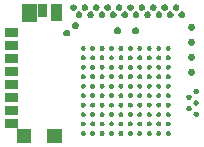
<source format=gbr>
G04 #@! TF.GenerationSoftware,KiCad,Pcbnew,(5.1.0)-1*
G04 #@! TF.CreationDate,2019-09-21T16:05:28-07:00*
G04 #@! TF.ProjectId,Miniscope-v4-wire-free,4d696e69-7363-46f7-9065-2d76342d7769,rev?*
G04 #@! TF.SameCoordinates,Original*
G04 #@! TF.FileFunction,Soldermask,Top*
G04 #@! TF.FilePolarity,Negative*
%FSLAX46Y46*%
G04 Gerber Fmt 4.6, Leading zero omitted, Abs format (unit mm)*
G04 Created by KiCad (PCBNEW (5.1.0)-1) date 2019-09-21 16:05:28*
%MOMM*%
%LPD*%
G04 APERTURE LIST*
%ADD10C,0.100000*%
G04 APERTURE END LIST*
D10*
G36*
X106052800Y-97734200D02*
G01*
X104802000Y-97734200D01*
X104802000Y-96533400D01*
X106052800Y-96533400D01*
X106052800Y-97734200D01*
X106052800Y-97734200D01*
G37*
G36*
X102312800Y-96482601D02*
G01*
X102313776Y-96492511D01*
X102316667Y-96502041D01*
X102321361Y-96510823D01*
X102327679Y-96518521D01*
X102335377Y-96524839D01*
X102344159Y-96529533D01*
X102353689Y-96532424D01*
X102363599Y-96533400D01*
X103462800Y-96533400D01*
X103462800Y-97734200D01*
X102212000Y-97734200D01*
X102212000Y-96484999D01*
X102211024Y-96475089D01*
X102208133Y-96465559D01*
X102203439Y-96456777D01*
X102197121Y-96449079D01*
X102189423Y-96442761D01*
X102180641Y-96438067D01*
X102171111Y-96435176D01*
X102161201Y-96434200D01*
X101262000Y-96434200D01*
X101262000Y-95683400D01*
X102312800Y-95683400D01*
X102312800Y-96482601D01*
X102312800Y-96482601D01*
G37*
G36*
X110300771Y-96724086D02*
G01*
X110300772Y-96724086D01*
X110300775Y-96724087D01*
X110339060Y-96739944D01*
X110373524Y-96762972D01*
X110402828Y-96792276D01*
X110425856Y-96826740D01*
X110441713Y-96865025D01*
X110449800Y-96905678D01*
X110449800Y-96947122D01*
X110441713Y-96987775D01*
X110425856Y-97026060D01*
X110402828Y-97060524D01*
X110373524Y-97089828D01*
X110339060Y-97112856D01*
X110300775Y-97128713D01*
X110300772Y-97128714D01*
X110300771Y-97128714D01*
X110260123Y-97136800D01*
X110218677Y-97136800D01*
X110178029Y-97128714D01*
X110178028Y-97128714D01*
X110178025Y-97128713D01*
X110139740Y-97112856D01*
X110105276Y-97089828D01*
X110075972Y-97060524D01*
X110052944Y-97026060D01*
X110037087Y-96987775D01*
X110029000Y-96947122D01*
X110029000Y-96905678D01*
X110037087Y-96865025D01*
X110052944Y-96826740D01*
X110075972Y-96792276D01*
X110105276Y-96762972D01*
X110139740Y-96739944D01*
X110178025Y-96724087D01*
X110178028Y-96724086D01*
X110178029Y-96724086D01*
X110218677Y-96716000D01*
X110260123Y-96716000D01*
X110300771Y-96724086D01*
X110300771Y-96724086D01*
G37*
G36*
X107900771Y-96724086D02*
G01*
X107900772Y-96724086D01*
X107900775Y-96724087D01*
X107939060Y-96739944D01*
X107973524Y-96762972D01*
X108002828Y-96792276D01*
X108025856Y-96826740D01*
X108041713Y-96865025D01*
X108049800Y-96905678D01*
X108049800Y-96947122D01*
X108041713Y-96987775D01*
X108025856Y-97026060D01*
X108002828Y-97060524D01*
X107973524Y-97089828D01*
X107939060Y-97112856D01*
X107900775Y-97128713D01*
X107900772Y-97128714D01*
X107900771Y-97128714D01*
X107860123Y-97136800D01*
X107818677Y-97136800D01*
X107778029Y-97128714D01*
X107778028Y-97128714D01*
X107778025Y-97128713D01*
X107739740Y-97112856D01*
X107705276Y-97089828D01*
X107675972Y-97060524D01*
X107652944Y-97026060D01*
X107637087Y-96987775D01*
X107629000Y-96947122D01*
X107629000Y-96905678D01*
X107637087Y-96865025D01*
X107652944Y-96826740D01*
X107675972Y-96792276D01*
X107705276Y-96762972D01*
X107739740Y-96739944D01*
X107778025Y-96724087D01*
X107778028Y-96724086D01*
X107778029Y-96724086D01*
X107818677Y-96716000D01*
X107860123Y-96716000D01*
X107900771Y-96724086D01*
X107900771Y-96724086D01*
G37*
G36*
X108700771Y-96724086D02*
G01*
X108700772Y-96724086D01*
X108700775Y-96724087D01*
X108739060Y-96739944D01*
X108773524Y-96762972D01*
X108802828Y-96792276D01*
X108825856Y-96826740D01*
X108841713Y-96865025D01*
X108849800Y-96905678D01*
X108849800Y-96947122D01*
X108841713Y-96987775D01*
X108825856Y-97026060D01*
X108802828Y-97060524D01*
X108773524Y-97089828D01*
X108739060Y-97112856D01*
X108700775Y-97128713D01*
X108700772Y-97128714D01*
X108700771Y-97128714D01*
X108660123Y-97136800D01*
X108618677Y-97136800D01*
X108578029Y-97128714D01*
X108578028Y-97128714D01*
X108578025Y-97128713D01*
X108539740Y-97112856D01*
X108505276Y-97089828D01*
X108475972Y-97060524D01*
X108452944Y-97026060D01*
X108437087Y-96987775D01*
X108429000Y-96947122D01*
X108429000Y-96905678D01*
X108437087Y-96865025D01*
X108452944Y-96826740D01*
X108475972Y-96792276D01*
X108505276Y-96762972D01*
X108539740Y-96739944D01*
X108578025Y-96724087D01*
X108578028Y-96724086D01*
X108578029Y-96724086D01*
X108618677Y-96716000D01*
X108660123Y-96716000D01*
X108700771Y-96724086D01*
X108700771Y-96724086D01*
G37*
G36*
X109500771Y-96724086D02*
G01*
X109500772Y-96724086D01*
X109500775Y-96724087D01*
X109539060Y-96739944D01*
X109573524Y-96762972D01*
X109602828Y-96792276D01*
X109625856Y-96826740D01*
X109641713Y-96865025D01*
X109649800Y-96905678D01*
X109649800Y-96947122D01*
X109641713Y-96987775D01*
X109625856Y-97026060D01*
X109602828Y-97060524D01*
X109573524Y-97089828D01*
X109539060Y-97112856D01*
X109500775Y-97128713D01*
X109500772Y-97128714D01*
X109500771Y-97128714D01*
X109460123Y-97136800D01*
X109418677Y-97136800D01*
X109378029Y-97128714D01*
X109378028Y-97128714D01*
X109378025Y-97128713D01*
X109339740Y-97112856D01*
X109305276Y-97089828D01*
X109275972Y-97060524D01*
X109252944Y-97026060D01*
X109237087Y-96987775D01*
X109229000Y-96947122D01*
X109229000Y-96905678D01*
X109237087Y-96865025D01*
X109252944Y-96826740D01*
X109275972Y-96792276D01*
X109305276Y-96762972D01*
X109339740Y-96739944D01*
X109378025Y-96724087D01*
X109378028Y-96724086D01*
X109378029Y-96724086D01*
X109418677Y-96716000D01*
X109460123Y-96716000D01*
X109500771Y-96724086D01*
X109500771Y-96724086D01*
G37*
G36*
X111100771Y-96724086D02*
G01*
X111100772Y-96724086D01*
X111100775Y-96724087D01*
X111139060Y-96739944D01*
X111173524Y-96762972D01*
X111202828Y-96792276D01*
X111225856Y-96826740D01*
X111241713Y-96865025D01*
X111249800Y-96905678D01*
X111249800Y-96947122D01*
X111241713Y-96987775D01*
X111225856Y-97026060D01*
X111202828Y-97060524D01*
X111173524Y-97089828D01*
X111139060Y-97112856D01*
X111100775Y-97128713D01*
X111100772Y-97128714D01*
X111100771Y-97128714D01*
X111060123Y-97136800D01*
X111018677Y-97136800D01*
X110978029Y-97128714D01*
X110978028Y-97128714D01*
X110978025Y-97128713D01*
X110939740Y-97112856D01*
X110905276Y-97089828D01*
X110875972Y-97060524D01*
X110852944Y-97026060D01*
X110837087Y-96987775D01*
X110829000Y-96947122D01*
X110829000Y-96905678D01*
X110837087Y-96865025D01*
X110852944Y-96826740D01*
X110875972Y-96792276D01*
X110905276Y-96762972D01*
X110939740Y-96739944D01*
X110978025Y-96724087D01*
X110978028Y-96724086D01*
X110978029Y-96724086D01*
X111018677Y-96716000D01*
X111060123Y-96716000D01*
X111100771Y-96724086D01*
X111100771Y-96724086D01*
G37*
G36*
X111900771Y-96724086D02*
G01*
X111900772Y-96724086D01*
X111900775Y-96724087D01*
X111939060Y-96739944D01*
X111973524Y-96762972D01*
X112002828Y-96792276D01*
X112025856Y-96826740D01*
X112041713Y-96865025D01*
X112049800Y-96905678D01*
X112049800Y-96947122D01*
X112041713Y-96987775D01*
X112025856Y-97026060D01*
X112002828Y-97060524D01*
X111973524Y-97089828D01*
X111939060Y-97112856D01*
X111900775Y-97128713D01*
X111900772Y-97128714D01*
X111900771Y-97128714D01*
X111860123Y-97136800D01*
X111818677Y-97136800D01*
X111778029Y-97128714D01*
X111778028Y-97128714D01*
X111778025Y-97128713D01*
X111739740Y-97112856D01*
X111705276Y-97089828D01*
X111675972Y-97060524D01*
X111652944Y-97026060D01*
X111637087Y-96987775D01*
X111629000Y-96947122D01*
X111629000Y-96905678D01*
X111637087Y-96865025D01*
X111652944Y-96826740D01*
X111675972Y-96792276D01*
X111705276Y-96762972D01*
X111739740Y-96739944D01*
X111778025Y-96724087D01*
X111778028Y-96724086D01*
X111778029Y-96724086D01*
X111818677Y-96716000D01*
X111860123Y-96716000D01*
X111900771Y-96724086D01*
X111900771Y-96724086D01*
G37*
G36*
X112700771Y-96724086D02*
G01*
X112700772Y-96724086D01*
X112700775Y-96724087D01*
X112739060Y-96739944D01*
X112773524Y-96762972D01*
X112802828Y-96792276D01*
X112825856Y-96826740D01*
X112841713Y-96865025D01*
X112849800Y-96905678D01*
X112849800Y-96947122D01*
X112841713Y-96987775D01*
X112825856Y-97026060D01*
X112802828Y-97060524D01*
X112773524Y-97089828D01*
X112739060Y-97112856D01*
X112700775Y-97128713D01*
X112700772Y-97128714D01*
X112700771Y-97128714D01*
X112660123Y-97136800D01*
X112618677Y-97136800D01*
X112578029Y-97128714D01*
X112578028Y-97128714D01*
X112578025Y-97128713D01*
X112539740Y-97112856D01*
X112505276Y-97089828D01*
X112475972Y-97060524D01*
X112452944Y-97026060D01*
X112437087Y-96987775D01*
X112429000Y-96947122D01*
X112429000Y-96905678D01*
X112437087Y-96865025D01*
X112452944Y-96826740D01*
X112475972Y-96792276D01*
X112505276Y-96762972D01*
X112539740Y-96739944D01*
X112578025Y-96724087D01*
X112578028Y-96724086D01*
X112578029Y-96724086D01*
X112618677Y-96716000D01*
X112660123Y-96716000D01*
X112700771Y-96724086D01*
X112700771Y-96724086D01*
G37*
G36*
X114300771Y-96724086D02*
G01*
X114300772Y-96724086D01*
X114300775Y-96724087D01*
X114339060Y-96739944D01*
X114373524Y-96762972D01*
X114402828Y-96792276D01*
X114425856Y-96826740D01*
X114441713Y-96865025D01*
X114449800Y-96905678D01*
X114449800Y-96947122D01*
X114441713Y-96987775D01*
X114425856Y-97026060D01*
X114402828Y-97060524D01*
X114373524Y-97089828D01*
X114339060Y-97112856D01*
X114300775Y-97128713D01*
X114300772Y-97128714D01*
X114300771Y-97128714D01*
X114260123Y-97136800D01*
X114218677Y-97136800D01*
X114178029Y-97128714D01*
X114178028Y-97128714D01*
X114178025Y-97128713D01*
X114139740Y-97112856D01*
X114105276Y-97089828D01*
X114075972Y-97060524D01*
X114052944Y-97026060D01*
X114037087Y-96987775D01*
X114029000Y-96947122D01*
X114029000Y-96905678D01*
X114037087Y-96865025D01*
X114052944Y-96826740D01*
X114075972Y-96792276D01*
X114105276Y-96762972D01*
X114139740Y-96739944D01*
X114178025Y-96724087D01*
X114178028Y-96724086D01*
X114178029Y-96724086D01*
X114218677Y-96716000D01*
X114260123Y-96716000D01*
X114300771Y-96724086D01*
X114300771Y-96724086D01*
G37*
G36*
X115100771Y-96724086D02*
G01*
X115100772Y-96724086D01*
X115100775Y-96724087D01*
X115139060Y-96739944D01*
X115173524Y-96762972D01*
X115202828Y-96792276D01*
X115225856Y-96826740D01*
X115241713Y-96865025D01*
X115249800Y-96905678D01*
X115249800Y-96947122D01*
X115241713Y-96987775D01*
X115225856Y-97026060D01*
X115202828Y-97060524D01*
X115173524Y-97089828D01*
X115139060Y-97112856D01*
X115100775Y-97128713D01*
X115100772Y-97128714D01*
X115100771Y-97128714D01*
X115060123Y-97136800D01*
X115018677Y-97136800D01*
X114978029Y-97128714D01*
X114978028Y-97128714D01*
X114978025Y-97128713D01*
X114939740Y-97112856D01*
X114905276Y-97089828D01*
X114875972Y-97060524D01*
X114852944Y-97026060D01*
X114837087Y-96987775D01*
X114829000Y-96947122D01*
X114829000Y-96905678D01*
X114837087Y-96865025D01*
X114852944Y-96826740D01*
X114875972Y-96792276D01*
X114905276Y-96762972D01*
X114939740Y-96739944D01*
X114978025Y-96724087D01*
X114978028Y-96724086D01*
X114978029Y-96724086D01*
X115018677Y-96716000D01*
X115060123Y-96716000D01*
X115100771Y-96724086D01*
X115100771Y-96724086D01*
G37*
G36*
X113500771Y-96724086D02*
G01*
X113500772Y-96724086D01*
X113500775Y-96724087D01*
X113539060Y-96739944D01*
X113573524Y-96762972D01*
X113602828Y-96792276D01*
X113625856Y-96826740D01*
X113641713Y-96865025D01*
X113649800Y-96905678D01*
X113649800Y-96947122D01*
X113641713Y-96987775D01*
X113625856Y-97026060D01*
X113602828Y-97060524D01*
X113573524Y-97089828D01*
X113539060Y-97112856D01*
X113500775Y-97128713D01*
X113500772Y-97128714D01*
X113500771Y-97128714D01*
X113460123Y-97136800D01*
X113418677Y-97136800D01*
X113378029Y-97128714D01*
X113378028Y-97128714D01*
X113378025Y-97128713D01*
X113339740Y-97112856D01*
X113305276Y-97089828D01*
X113275972Y-97060524D01*
X113252944Y-97026060D01*
X113237087Y-96987775D01*
X113229000Y-96947122D01*
X113229000Y-96905678D01*
X113237087Y-96865025D01*
X113252944Y-96826740D01*
X113275972Y-96792276D01*
X113305276Y-96762972D01*
X113339740Y-96739944D01*
X113378025Y-96724087D01*
X113378028Y-96724086D01*
X113378029Y-96724086D01*
X113418677Y-96716000D01*
X113460123Y-96716000D01*
X113500771Y-96724086D01*
X113500771Y-96724086D01*
G37*
G36*
X114300771Y-95924086D02*
G01*
X114300772Y-95924086D01*
X114300775Y-95924087D01*
X114339060Y-95939944D01*
X114373524Y-95962972D01*
X114402828Y-95992276D01*
X114425856Y-96026740D01*
X114441713Y-96065025D01*
X114449800Y-96105678D01*
X114449800Y-96147122D01*
X114441713Y-96187775D01*
X114425856Y-96226060D01*
X114402828Y-96260524D01*
X114373524Y-96289828D01*
X114339060Y-96312856D01*
X114300775Y-96328713D01*
X114300772Y-96328714D01*
X114300771Y-96328714D01*
X114260123Y-96336800D01*
X114218677Y-96336800D01*
X114178029Y-96328714D01*
X114178028Y-96328714D01*
X114178025Y-96328713D01*
X114139740Y-96312856D01*
X114105276Y-96289828D01*
X114075972Y-96260524D01*
X114052944Y-96226060D01*
X114037087Y-96187775D01*
X114029000Y-96147122D01*
X114029000Y-96105678D01*
X114037087Y-96065025D01*
X114052944Y-96026740D01*
X114075972Y-95992276D01*
X114105276Y-95962972D01*
X114139740Y-95939944D01*
X114178025Y-95924087D01*
X114178028Y-95924086D01*
X114178029Y-95924086D01*
X114218677Y-95916000D01*
X114260123Y-95916000D01*
X114300771Y-95924086D01*
X114300771Y-95924086D01*
G37*
G36*
X115100771Y-95924086D02*
G01*
X115100772Y-95924086D01*
X115100775Y-95924087D01*
X115139060Y-95939944D01*
X115173524Y-95962972D01*
X115202828Y-95992276D01*
X115225856Y-96026740D01*
X115241713Y-96065025D01*
X115249800Y-96105678D01*
X115249800Y-96147122D01*
X115241713Y-96187775D01*
X115225856Y-96226060D01*
X115202828Y-96260524D01*
X115173524Y-96289828D01*
X115139060Y-96312856D01*
X115100775Y-96328713D01*
X115100772Y-96328714D01*
X115100771Y-96328714D01*
X115060123Y-96336800D01*
X115018677Y-96336800D01*
X114978029Y-96328714D01*
X114978028Y-96328714D01*
X114978025Y-96328713D01*
X114939740Y-96312856D01*
X114905276Y-96289828D01*
X114875972Y-96260524D01*
X114852944Y-96226060D01*
X114837087Y-96187775D01*
X114829000Y-96147122D01*
X114829000Y-96105678D01*
X114837087Y-96065025D01*
X114852944Y-96026740D01*
X114875972Y-95992276D01*
X114905276Y-95962972D01*
X114939740Y-95939944D01*
X114978025Y-95924087D01*
X114978028Y-95924086D01*
X114978029Y-95924086D01*
X115018677Y-95916000D01*
X115060123Y-95916000D01*
X115100771Y-95924086D01*
X115100771Y-95924086D01*
G37*
G36*
X113500771Y-95924086D02*
G01*
X113500772Y-95924086D01*
X113500775Y-95924087D01*
X113539060Y-95939944D01*
X113573524Y-95962972D01*
X113602828Y-95992276D01*
X113625856Y-96026740D01*
X113641713Y-96065025D01*
X113649800Y-96105678D01*
X113649800Y-96147122D01*
X113641713Y-96187775D01*
X113625856Y-96226060D01*
X113602828Y-96260524D01*
X113573524Y-96289828D01*
X113539060Y-96312856D01*
X113500775Y-96328713D01*
X113500772Y-96328714D01*
X113500771Y-96328714D01*
X113460123Y-96336800D01*
X113418677Y-96336800D01*
X113378029Y-96328714D01*
X113378028Y-96328714D01*
X113378025Y-96328713D01*
X113339740Y-96312856D01*
X113305276Y-96289828D01*
X113275972Y-96260524D01*
X113252944Y-96226060D01*
X113237087Y-96187775D01*
X113229000Y-96147122D01*
X113229000Y-96105678D01*
X113237087Y-96065025D01*
X113252944Y-96026740D01*
X113275972Y-95992276D01*
X113305276Y-95962972D01*
X113339740Y-95939944D01*
X113378025Y-95924087D01*
X113378028Y-95924086D01*
X113378029Y-95924086D01*
X113418677Y-95916000D01*
X113460123Y-95916000D01*
X113500771Y-95924086D01*
X113500771Y-95924086D01*
G37*
G36*
X112700771Y-95924086D02*
G01*
X112700772Y-95924086D01*
X112700775Y-95924087D01*
X112739060Y-95939944D01*
X112773524Y-95962972D01*
X112802828Y-95992276D01*
X112825856Y-96026740D01*
X112841713Y-96065025D01*
X112849800Y-96105678D01*
X112849800Y-96147122D01*
X112841713Y-96187775D01*
X112825856Y-96226060D01*
X112802828Y-96260524D01*
X112773524Y-96289828D01*
X112739060Y-96312856D01*
X112700775Y-96328713D01*
X112700772Y-96328714D01*
X112700771Y-96328714D01*
X112660123Y-96336800D01*
X112618677Y-96336800D01*
X112578029Y-96328714D01*
X112578028Y-96328714D01*
X112578025Y-96328713D01*
X112539740Y-96312856D01*
X112505276Y-96289828D01*
X112475972Y-96260524D01*
X112452944Y-96226060D01*
X112437087Y-96187775D01*
X112429000Y-96147122D01*
X112429000Y-96105678D01*
X112437087Y-96065025D01*
X112452944Y-96026740D01*
X112475972Y-95992276D01*
X112505276Y-95962972D01*
X112539740Y-95939944D01*
X112578025Y-95924087D01*
X112578028Y-95924086D01*
X112578029Y-95924086D01*
X112618677Y-95916000D01*
X112660123Y-95916000D01*
X112700771Y-95924086D01*
X112700771Y-95924086D01*
G37*
G36*
X111900771Y-95924086D02*
G01*
X111900772Y-95924086D01*
X111900775Y-95924087D01*
X111939060Y-95939944D01*
X111973524Y-95962972D01*
X112002828Y-95992276D01*
X112025856Y-96026740D01*
X112041713Y-96065025D01*
X112049800Y-96105678D01*
X112049800Y-96147122D01*
X112041713Y-96187775D01*
X112025856Y-96226060D01*
X112002828Y-96260524D01*
X111973524Y-96289828D01*
X111939060Y-96312856D01*
X111900775Y-96328713D01*
X111900772Y-96328714D01*
X111900771Y-96328714D01*
X111860123Y-96336800D01*
X111818677Y-96336800D01*
X111778029Y-96328714D01*
X111778028Y-96328714D01*
X111778025Y-96328713D01*
X111739740Y-96312856D01*
X111705276Y-96289828D01*
X111675972Y-96260524D01*
X111652944Y-96226060D01*
X111637087Y-96187775D01*
X111629000Y-96147122D01*
X111629000Y-96105678D01*
X111637087Y-96065025D01*
X111652944Y-96026740D01*
X111675972Y-95992276D01*
X111705276Y-95962972D01*
X111739740Y-95939944D01*
X111778025Y-95924087D01*
X111778028Y-95924086D01*
X111778029Y-95924086D01*
X111818677Y-95916000D01*
X111860123Y-95916000D01*
X111900771Y-95924086D01*
X111900771Y-95924086D01*
G37*
G36*
X109500771Y-95924086D02*
G01*
X109500772Y-95924086D01*
X109500775Y-95924087D01*
X109539060Y-95939944D01*
X109573524Y-95962972D01*
X109602828Y-95992276D01*
X109625856Y-96026740D01*
X109641713Y-96065025D01*
X109649800Y-96105678D01*
X109649800Y-96147122D01*
X109641713Y-96187775D01*
X109625856Y-96226060D01*
X109602828Y-96260524D01*
X109573524Y-96289828D01*
X109539060Y-96312856D01*
X109500775Y-96328713D01*
X109500772Y-96328714D01*
X109500771Y-96328714D01*
X109460123Y-96336800D01*
X109418677Y-96336800D01*
X109378029Y-96328714D01*
X109378028Y-96328714D01*
X109378025Y-96328713D01*
X109339740Y-96312856D01*
X109305276Y-96289828D01*
X109275972Y-96260524D01*
X109252944Y-96226060D01*
X109237087Y-96187775D01*
X109229000Y-96147122D01*
X109229000Y-96105678D01*
X109237087Y-96065025D01*
X109252944Y-96026740D01*
X109275972Y-95992276D01*
X109305276Y-95962972D01*
X109339740Y-95939944D01*
X109378025Y-95924087D01*
X109378028Y-95924086D01*
X109378029Y-95924086D01*
X109418677Y-95916000D01*
X109460123Y-95916000D01*
X109500771Y-95924086D01*
X109500771Y-95924086D01*
G37*
G36*
X108700771Y-95924086D02*
G01*
X108700772Y-95924086D01*
X108700775Y-95924087D01*
X108739060Y-95939944D01*
X108773524Y-95962972D01*
X108802828Y-95992276D01*
X108825856Y-96026740D01*
X108841713Y-96065025D01*
X108849800Y-96105678D01*
X108849800Y-96147122D01*
X108841713Y-96187775D01*
X108825856Y-96226060D01*
X108802828Y-96260524D01*
X108773524Y-96289828D01*
X108739060Y-96312856D01*
X108700775Y-96328713D01*
X108700772Y-96328714D01*
X108700771Y-96328714D01*
X108660123Y-96336800D01*
X108618677Y-96336800D01*
X108578029Y-96328714D01*
X108578028Y-96328714D01*
X108578025Y-96328713D01*
X108539740Y-96312856D01*
X108505276Y-96289828D01*
X108475972Y-96260524D01*
X108452944Y-96226060D01*
X108437087Y-96187775D01*
X108429000Y-96147122D01*
X108429000Y-96105678D01*
X108437087Y-96065025D01*
X108452944Y-96026740D01*
X108475972Y-95992276D01*
X108505276Y-95962972D01*
X108539740Y-95939944D01*
X108578025Y-95924087D01*
X108578028Y-95924086D01*
X108578029Y-95924086D01*
X108618677Y-95916000D01*
X108660123Y-95916000D01*
X108700771Y-95924086D01*
X108700771Y-95924086D01*
G37*
G36*
X107900771Y-95924086D02*
G01*
X107900772Y-95924086D01*
X107900775Y-95924087D01*
X107939060Y-95939944D01*
X107973524Y-95962972D01*
X108002828Y-95992276D01*
X108025856Y-96026740D01*
X108041713Y-96065025D01*
X108049800Y-96105678D01*
X108049800Y-96147122D01*
X108041713Y-96187775D01*
X108025856Y-96226060D01*
X108002828Y-96260524D01*
X107973524Y-96289828D01*
X107939060Y-96312856D01*
X107900775Y-96328713D01*
X107900772Y-96328714D01*
X107900771Y-96328714D01*
X107860123Y-96336800D01*
X107818677Y-96336800D01*
X107778029Y-96328714D01*
X107778028Y-96328714D01*
X107778025Y-96328713D01*
X107739740Y-96312856D01*
X107705276Y-96289828D01*
X107675972Y-96260524D01*
X107652944Y-96226060D01*
X107637087Y-96187775D01*
X107629000Y-96147122D01*
X107629000Y-96105678D01*
X107637087Y-96065025D01*
X107652944Y-96026740D01*
X107675972Y-95992276D01*
X107705276Y-95962972D01*
X107739740Y-95939944D01*
X107778025Y-95924087D01*
X107778028Y-95924086D01*
X107778029Y-95924086D01*
X107818677Y-95916000D01*
X107860123Y-95916000D01*
X107900771Y-95924086D01*
X107900771Y-95924086D01*
G37*
G36*
X111100771Y-95924086D02*
G01*
X111100772Y-95924086D01*
X111100775Y-95924087D01*
X111139060Y-95939944D01*
X111173524Y-95962972D01*
X111202828Y-95992276D01*
X111225856Y-96026740D01*
X111241713Y-96065025D01*
X111249800Y-96105678D01*
X111249800Y-96147122D01*
X111241713Y-96187775D01*
X111225856Y-96226060D01*
X111202828Y-96260524D01*
X111173524Y-96289828D01*
X111139060Y-96312856D01*
X111100775Y-96328713D01*
X111100772Y-96328714D01*
X111100771Y-96328714D01*
X111060123Y-96336800D01*
X111018677Y-96336800D01*
X110978029Y-96328714D01*
X110978028Y-96328714D01*
X110978025Y-96328713D01*
X110939740Y-96312856D01*
X110905276Y-96289828D01*
X110875972Y-96260524D01*
X110852944Y-96226060D01*
X110837087Y-96187775D01*
X110829000Y-96147122D01*
X110829000Y-96105678D01*
X110837087Y-96065025D01*
X110852944Y-96026740D01*
X110875972Y-95992276D01*
X110905276Y-95962972D01*
X110939740Y-95939944D01*
X110978025Y-95924087D01*
X110978028Y-95924086D01*
X110978029Y-95924086D01*
X111018677Y-95916000D01*
X111060123Y-95916000D01*
X111100771Y-95924086D01*
X111100771Y-95924086D01*
G37*
G36*
X110300771Y-95924086D02*
G01*
X110300772Y-95924086D01*
X110300775Y-95924087D01*
X110339060Y-95939944D01*
X110373524Y-95962972D01*
X110402828Y-95992276D01*
X110425856Y-96026740D01*
X110441713Y-96065025D01*
X110449800Y-96105678D01*
X110449800Y-96147122D01*
X110441713Y-96187775D01*
X110425856Y-96226060D01*
X110402828Y-96260524D01*
X110373524Y-96289828D01*
X110339060Y-96312856D01*
X110300775Y-96328713D01*
X110300772Y-96328714D01*
X110300771Y-96328714D01*
X110260123Y-96336800D01*
X110218677Y-96336800D01*
X110178029Y-96328714D01*
X110178028Y-96328714D01*
X110178025Y-96328713D01*
X110139740Y-96312856D01*
X110105276Y-96289828D01*
X110075972Y-96260524D01*
X110052944Y-96226060D01*
X110037087Y-96187775D01*
X110029000Y-96147122D01*
X110029000Y-96105678D01*
X110037087Y-96065025D01*
X110052944Y-96026740D01*
X110075972Y-95992276D01*
X110105276Y-95962972D01*
X110139740Y-95939944D01*
X110178025Y-95924087D01*
X110178028Y-95924086D01*
X110178029Y-95924086D01*
X110218677Y-95916000D01*
X110260123Y-95916000D01*
X110300771Y-95924086D01*
X110300771Y-95924086D01*
G37*
G36*
X110300771Y-95124086D02*
G01*
X110300772Y-95124086D01*
X110300775Y-95124087D01*
X110339060Y-95139944D01*
X110373524Y-95162972D01*
X110402828Y-95192276D01*
X110425856Y-95226740D01*
X110441713Y-95265025D01*
X110449800Y-95305678D01*
X110449800Y-95347122D01*
X110441713Y-95387775D01*
X110425856Y-95426060D01*
X110402828Y-95460524D01*
X110373524Y-95489828D01*
X110339060Y-95512856D01*
X110300775Y-95528713D01*
X110300772Y-95528714D01*
X110300771Y-95528714D01*
X110260123Y-95536800D01*
X110218677Y-95536800D01*
X110178029Y-95528714D01*
X110178028Y-95528714D01*
X110178025Y-95528713D01*
X110139740Y-95512856D01*
X110105276Y-95489828D01*
X110075972Y-95460524D01*
X110052944Y-95426060D01*
X110037087Y-95387775D01*
X110029000Y-95347122D01*
X110029000Y-95305678D01*
X110037087Y-95265025D01*
X110052944Y-95226740D01*
X110075972Y-95192276D01*
X110105276Y-95162972D01*
X110139740Y-95139944D01*
X110178025Y-95124087D01*
X110178028Y-95124086D01*
X110178029Y-95124086D01*
X110218677Y-95116000D01*
X110260123Y-95116000D01*
X110300771Y-95124086D01*
X110300771Y-95124086D01*
G37*
G36*
X109500771Y-95124086D02*
G01*
X109500772Y-95124086D01*
X109500775Y-95124087D01*
X109539060Y-95139944D01*
X109573524Y-95162972D01*
X109602828Y-95192276D01*
X109625856Y-95226740D01*
X109641713Y-95265025D01*
X109649800Y-95305678D01*
X109649800Y-95347122D01*
X109641713Y-95387775D01*
X109625856Y-95426060D01*
X109602828Y-95460524D01*
X109573524Y-95489828D01*
X109539060Y-95512856D01*
X109500775Y-95528713D01*
X109500772Y-95528714D01*
X109500771Y-95528714D01*
X109460123Y-95536800D01*
X109418677Y-95536800D01*
X109378029Y-95528714D01*
X109378028Y-95528714D01*
X109378025Y-95528713D01*
X109339740Y-95512856D01*
X109305276Y-95489828D01*
X109275972Y-95460524D01*
X109252944Y-95426060D01*
X109237087Y-95387775D01*
X109229000Y-95347122D01*
X109229000Y-95305678D01*
X109237087Y-95265025D01*
X109252944Y-95226740D01*
X109275972Y-95192276D01*
X109305276Y-95162972D01*
X109339740Y-95139944D01*
X109378025Y-95124087D01*
X109378028Y-95124086D01*
X109378029Y-95124086D01*
X109418677Y-95116000D01*
X109460123Y-95116000D01*
X109500771Y-95124086D01*
X109500771Y-95124086D01*
G37*
G36*
X108700771Y-95124086D02*
G01*
X108700772Y-95124086D01*
X108700775Y-95124087D01*
X108739060Y-95139944D01*
X108773524Y-95162972D01*
X108802828Y-95192276D01*
X108825856Y-95226740D01*
X108841713Y-95265025D01*
X108849800Y-95305678D01*
X108849800Y-95347122D01*
X108841713Y-95387775D01*
X108825856Y-95426060D01*
X108802828Y-95460524D01*
X108773524Y-95489828D01*
X108739060Y-95512856D01*
X108700775Y-95528713D01*
X108700772Y-95528714D01*
X108700771Y-95528714D01*
X108660123Y-95536800D01*
X108618677Y-95536800D01*
X108578029Y-95528714D01*
X108578028Y-95528714D01*
X108578025Y-95528713D01*
X108539740Y-95512856D01*
X108505276Y-95489828D01*
X108475972Y-95460524D01*
X108452944Y-95426060D01*
X108437087Y-95387775D01*
X108429000Y-95347122D01*
X108429000Y-95305678D01*
X108437087Y-95265025D01*
X108452944Y-95226740D01*
X108475972Y-95192276D01*
X108505276Y-95162972D01*
X108539740Y-95139944D01*
X108578025Y-95124087D01*
X108578028Y-95124086D01*
X108578029Y-95124086D01*
X108618677Y-95116000D01*
X108660123Y-95116000D01*
X108700771Y-95124086D01*
X108700771Y-95124086D01*
G37*
G36*
X107900771Y-95124086D02*
G01*
X107900772Y-95124086D01*
X107900775Y-95124087D01*
X107939060Y-95139944D01*
X107973524Y-95162972D01*
X108002828Y-95192276D01*
X108025856Y-95226740D01*
X108041713Y-95265025D01*
X108049800Y-95305678D01*
X108049800Y-95347122D01*
X108041713Y-95387775D01*
X108025856Y-95426060D01*
X108002828Y-95460524D01*
X107973524Y-95489828D01*
X107939060Y-95512856D01*
X107900775Y-95528713D01*
X107900772Y-95528714D01*
X107900771Y-95528714D01*
X107860123Y-95536800D01*
X107818677Y-95536800D01*
X107778029Y-95528714D01*
X107778028Y-95528714D01*
X107778025Y-95528713D01*
X107739740Y-95512856D01*
X107705276Y-95489828D01*
X107675972Y-95460524D01*
X107652944Y-95426060D01*
X107637087Y-95387775D01*
X107629000Y-95347122D01*
X107629000Y-95305678D01*
X107637087Y-95265025D01*
X107652944Y-95226740D01*
X107675972Y-95192276D01*
X107705276Y-95162972D01*
X107739740Y-95139944D01*
X107778025Y-95124087D01*
X107778028Y-95124086D01*
X107778029Y-95124086D01*
X107818677Y-95116000D01*
X107860123Y-95116000D01*
X107900771Y-95124086D01*
X107900771Y-95124086D01*
G37*
G36*
X111100771Y-95124086D02*
G01*
X111100772Y-95124086D01*
X111100775Y-95124087D01*
X111139060Y-95139944D01*
X111173524Y-95162972D01*
X111202828Y-95192276D01*
X111225856Y-95226740D01*
X111241713Y-95265025D01*
X111249800Y-95305678D01*
X111249800Y-95347122D01*
X111241713Y-95387775D01*
X111225856Y-95426060D01*
X111202828Y-95460524D01*
X111173524Y-95489828D01*
X111139060Y-95512856D01*
X111100775Y-95528713D01*
X111100772Y-95528714D01*
X111100771Y-95528714D01*
X111060123Y-95536800D01*
X111018677Y-95536800D01*
X110978029Y-95528714D01*
X110978028Y-95528714D01*
X110978025Y-95528713D01*
X110939740Y-95512856D01*
X110905276Y-95489828D01*
X110875972Y-95460524D01*
X110852944Y-95426060D01*
X110837087Y-95387775D01*
X110829000Y-95347122D01*
X110829000Y-95305678D01*
X110837087Y-95265025D01*
X110852944Y-95226740D01*
X110875972Y-95192276D01*
X110905276Y-95162972D01*
X110939740Y-95139944D01*
X110978025Y-95124087D01*
X110978028Y-95124086D01*
X110978029Y-95124086D01*
X111018677Y-95116000D01*
X111060123Y-95116000D01*
X111100771Y-95124086D01*
X111100771Y-95124086D01*
G37*
G36*
X111900771Y-95124086D02*
G01*
X111900772Y-95124086D01*
X111900775Y-95124087D01*
X111939060Y-95139944D01*
X111973524Y-95162972D01*
X112002828Y-95192276D01*
X112025856Y-95226740D01*
X112041713Y-95265025D01*
X112049800Y-95305678D01*
X112049800Y-95347122D01*
X112041713Y-95387775D01*
X112025856Y-95426060D01*
X112002828Y-95460524D01*
X111973524Y-95489828D01*
X111939060Y-95512856D01*
X111900775Y-95528713D01*
X111900772Y-95528714D01*
X111900771Y-95528714D01*
X111860123Y-95536800D01*
X111818677Y-95536800D01*
X111778029Y-95528714D01*
X111778028Y-95528714D01*
X111778025Y-95528713D01*
X111739740Y-95512856D01*
X111705276Y-95489828D01*
X111675972Y-95460524D01*
X111652944Y-95426060D01*
X111637087Y-95387775D01*
X111629000Y-95347122D01*
X111629000Y-95305678D01*
X111637087Y-95265025D01*
X111652944Y-95226740D01*
X111675972Y-95192276D01*
X111705276Y-95162972D01*
X111739740Y-95139944D01*
X111778025Y-95124087D01*
X111778028Y-95124086D01*
X111778029Y-95124086D01*
X111818677Y-95116000D01*
X111860123Y-95116000D01*
X111900771Y-95124086D01*
X111900771Y-95124086D01*
G37*
G36*
X112700771Y-95124086D02*
G01*
X112700772Y-95124086D01*
X112700775Y-95124087D01*
X112739060Y-95139944D01*
X112773524Y-95162972D01*
X112802828Y-95192276D01*
X112825856Y-95226740D01*
X112841713Y-95265025D01*
X112849800Y-95305678D01*
X112849800Y-95347122D01*
X112841713Y-95387775D01*
X112825856Y-95426060D01*
X112802828Y-95460524D01*
X112773524Y-95489828D01*
X112739060Y-95512856D01*
X112700775Y-95528713D01*
X112700772Y-95528714D01*
X112700771Y-95528714D01*
X112660123Y-95536800D01*
X112618677Y-95536800D01*
X112578029Y-95528714D01*
X112578028Y-95528714D01*
X112578025Y-95528713D01*
X112539740Y-95512856D01*
X112505276Y-95489828D01*
X112475972Y-95460524D01*
X112452944Y-95426060D01*
X112437087Y-95387775D01*
X112429000Y-95347122D01*
X112429000Y-95305678D01*
X112437087Y-95265025D01*
X112452944Y-95226740D01*
X112475972Y-95192276D01*
X112505276Y-95162972D01*
X112539740Y-95139944D01*
X112578025Y-95124087D01*
X112578028Y-95124086D01*
X112578029Y-95124086D01*
X112618677Y-95116000D01*
X112660123Y-95116000D01*
X112700771Y-95124086D01*
X112700771Y-95124086D01*
G37*
G36*
X113500771Y-95124086D02*
G01*
X113500772Y-95124086D01*
X113500775Y-95124087D01*
X113539060Y-95139944D01*
X113573524Y-95162972D01*
X113602828Y-95192276D01*
X113625856Y-95226740D01*
X113641713Y-95265025D01*
X113649800Y-95305678D01*
X113649800Y-95347122D01*
X113641713Y-95387775D01*
X113625856Y-95426060D01*
X113602828Y-95460524D01*
X113573524Y-95489828D01*
X113539060Y-95512856D01*
X113500775Y-95528713D01*
X113500772Y-95528714D01*
X113500771Y-95528714D01*
X113460123Y-95536800D01*
X113418677Y-95536800D01*
X113378029Y-95528714D01*
X113378028Y-95528714D01*
X113378025Y-95528713D01*
X113339740Y-95512856D01*
X113305276Y-95489828D01*
X113275972Y-95460524D01*
X113252944Y-95426060D01*
X113237087Y-95387775D01*
X113229000Y-95347122D01*
X113229000Y-95305678D01*
X113237087Y-95265025D01*
X113252944Y-95226740D01*
X113275972Y-95192276D01*
X113305276Y-95162972D01*
X113339740Y-95139944D01*
X113378025Y-95124087D01*
X113378028Y-95124086D01*
X113378029Y-95124086D01*
X113418677Y-95116000D01*
X113460123Y-95116000D01*
X113500771Y-95124086D01*
X113500771Y-95124086D01*
G37*
G36*
X114300771Y-95124086D02*
G01*
X114300772Y-95124086D01*
X114300775Y-95124087D01*
X114339060Y-95139944D01*
X114373524Y-95162972D01*
X114402828Y-95192276D01*
X114425856Y-95226740D01*
X114441713Y-95265025D01*
X114449800Y-95305678D01*
X114449800Y-95347122D01*
X114441713Y-95387775D01*
X114425856Y-95426060D01*
X114402828Y-95460524D01*
X114373524Y-95489828D01*
X114339060Y-95512856D01*
X114300775Y-95528713D01*
X114300772Y-95528714D01*
X114300771Y-95528714D01*
X114260123Y-95536800D01*
X114218677Y-95536800D01*
X114178029Y-95528714D01*
X114178028Y-95528714D01*
X114178025Y-95528713D01*
X114139740Y-95512856D01*
X114105276Y-95489828D01*
X114075972Y-95460524D01*
X114052944Y-95426060D01*
X114037087Y-95387775D01*
X114029000Y-95347122D01*
X114029000Y-95305678D01*
X114037087Y-95265025D01*
X114052944Y-95226740D01*
X114075972Y-95192276D01*
X114105276Y-95162972D01*
X114139740Y-95139944D01*
X114178025Y-95124087D01*
X114178028Y-95124086D01*
X114178029Y-95124086D01*
X114218677Y-95116000D01*
X114260123Y-95116000D01*
X114300771Y-95124086D01*
X114300771Y-95124086D01*
G37*
G36*
X115100771Y-95124086D02*
G01*
X115100772Y-95124086D01*
X115100775Y-95124087D01*
X115139060Y-95139944D01*
X115173524Y-95162972D01*
X115202828Y-95192276D01*
X115225856Y-95226740D01*
X115241713Y-95265025D01*
X115249800Y-95305678D01*
X115249800Y-95347122D01*
X115241713Y-95387775D01*
X115225856Y-95426060D01*
X115202828Y-95460524D01*
X115173524Y-95489828D01*
X115139060Y-95512856D01*
X115100775Y-95528713D01*
X115100772Y-95528714D01*
X115100771Y-95528714D01*
X115060123Y-95536800D01*
X115018677Y-95536800D01*
X114978029Y-95528714D01*
X114978028Y-95528714D01*
X114978025Y-95528713D01*
X114939740Y-95512856D01*
X114905276Y-95489828D01*
X114875972Y-95460524D01*
X114852944Y-95426060D01*
X114837087Y-95387775D01*
X114829000Y-95347122D01*
X114829000Y-95305678D01*
X114837087Y-95265025D01*
X114852944Y-95226740D01*
X114875972Y-95192276D01*
X114905276Y-95162972D01*
X114939740Y-95139944D01*
X114978025Y-95124087D01*
X114978028Y-95124086D01*
X114978029Y-95124086D01*
X115018677Y-95116000D01*
X115060123Y-95116000D01*
X115100771Y-95124086D01*
X115100771Y-95124086D01*
G37*
G36*
X117475081Y-95087783D02*
G01*
X117495881Y-95096399D01*
X117516683Y-95105015D01*
X117541588Y-95121656D01*
X117554126Y-95130034D01*
X117585964Y-95161872D01*
X117585965Y-95161874D01*
X117610983Y-95199315D01*
X117610983Y-95199316D01*
X117628215Y-95240917D01*
X117637000Y-95285083D01*
X117637000Y-95330113D01*
X117633617Y-95347123D01*
X117628215Y-95374278D01*
X117610983Y-95415881D01*
X117604181Y-95426060D01*
X117585964Y-95453324D01*
X117554126Y-95485162D01*
X117547143Y-95489828D01*
X117516683Y-95510181D01*
X117475081Y-95527413D01*
X117430915Y-95536198D01*
X117385885Y-95536198D01*
X117341719Y-95527413D01*
X117300117Y-95510181D01*
X117269657Y-95489828D01*
X117262674Y-95485162D01*
X117230836Y-95453324D01*
X117212619Y-95426060D01*
X117205817Y-95415881D01*
X117188585Y-95374278D01*
X117183184Y-95347123D01*
X117179800Y-95330113D01*
X117179800Y-95285083D01*
X117188585Y-95240917D01*
X117205817Y-95199316D01*
X117205817Y-95199315D01*
X117230835Y-95161874D01*
X117230836Y-95161872D01*
X117262674Y-95130034D01*
X117275212Y-95121656D01*
X117300117Y-95105015D01*
X117320919Y-95096399D01*
X117341719Y-95087783D01*
X117385885Y-95078998D01*
X117430915Y-95078998D01*
X117475081Y-95087783D01*
X117475081Y-95087783D01*
G37*
G36*
X102312800Y-95334200D02*
G01*
X101262000Y-95334200D01*
X101262000Y-94583400D01*
X102312800Y-94583400D01*
X102312800Y-95334200D01*
X102312800Y-95334200D01*
G37*
G36*
X116865481Y-94605183D02*
G01*
X116907083Y-94622415D01*
X116931988Y-94639056D01*
X116944526Y-94647434D01*
X116976364Y-94679272D01*
X116976365Y-94679274D01*
X117001383Y-94716715D01*
X117018615Y-94758318D01*
X117027400Y-94802483D01*
X117027400Y-94847513D01*
X117018615Y-94891678D01*
X117001383Y-94933281D01*
X116984742Y-94958186D01*
X116976364Y-94970724D01*
X116944526Y-95002562D01*
X116931988Y-95010940D01*
X116907083Y-95027581D01*
X116865481Y-95044813D01*
X116821315Y-95053598D01*
X116776285Y-95053598D01*
X116732119Y-95044813D01*
X116690517Y-95027581D01*
X116665612Y-95010940D01*
X116653074Y-95002562D01*
X116621236Y-94970724D01*
X116612858Y-94958186D01*
X116596217Y-94933281D01*
X116578985Y-94891678D01*
X116570200Y-94847513D01*
X116570200Y-94802483D01*
X116578985Y-94758318D01*
X116596217Y-94716715D01*
X116621235Y-94679274D01*
X116621236Y-94679272D01*
X116653074Y-94647434D01*
X116665612Y-94639056D01*
X116690517Y-94622415D01*
X116732119Y-94605183D01*
X116776285Y-94596398D01*
X116821315Y-94596398D01*
X116865481Y-94605183D01*
X116865481Y-94605183D01*
G37*
G36*
X109500771Y-94324086D02*
G01*
X109500772Y-94324086D01*
X109500775Y-94324087D01*
X109539060Y-94339944D01*
X109573524Y-94362972D01*
X109602828Y-94392276D01*
X109625856Y-94426740D01*
X109641713Y-94465025D01*
X109641714Y-94465028D01*
X109641714Y-94465029D01*
X109649800Y-94505677D01*
X109649800Y-94547123D01*
X109642584Y-94583400D01*
X109641713Y-94587775D01*
X109625856Y-94626060D01*
X109602828Y-94660524D01*
X109573524Y-94689828D01*
X109539060Y-94712856D01*
X109500775Y-94728713D01*
X109500772Y-94728714D01*
X109500771Y-94728714D01*
X109460123Y-94736800D01*
X109418677Y-94736800D01*
X109378029Y-94728714D01*
X109378028Y-94728714D01*
X109378025Y-94728713D01*
X109339740Y-94712856D01*
X109305276Y-94689828D01*
X109275972Y-94660524D01*
X109252944Y-94626060D01*
X109237087Y-94587775D01*
X109236217Y-94583400D01*
X109229000Y-94547123D01*
X109229000Y-94505677D01*
X109237086Y-94465029D01*
X109237086Y-94465028D01*
X109237087Y-94465025D01*
X109252944Y-94426740D01*
X109275972Y-94392276D01*
X109305276Y-94362972D01*
X109339740Y-94339944D01*
X109378025Y-94324087D01*
X109378028Y-94324086D01*
X109378029Y-94324086D01*
X109418677Y-94316000D01*
X109460123Y-94316000D01*
X109500771Y-94324086D01*
X109500771Y-94324086D01*
G37*
G36*
X115100771Y-94324086D02*
G01*
X115100772Y-94324086D01*
X115100775Y-94324087D01*
X115139060Y-94339944D01*
X115173524Y-94362972D01*
X115202828Y-94392276D01*
X115225856Y-94426740D01*
X115241713Y-94465025D01*
X115241714Y-94465028D01*
X115241714Y-94465029D01*
X115249800Y-94505677D01*
X115249800Y-94547123D01*
X115242584Y-94583400D01*
X115241713Y-94587775D01*
X115225856Y-94626060D01*
X115202828Y-94660524D01*
X115173524Y-94689828D01*
X115139060Y-94712856D01*
X115100775Y-94728713D01*
X115100772Y-94728714D01*
X115100771Y-94728714D01*
X115060123Y-94736800D01*
X115018677Y-94736800D01*
X114978029Y-94728714D01*
X114978028Y-94728714D01*
X114978025Y-94728713D01*
X114939740Y-94712856D01*
X114905276Y-94689828D01*
X114875972Y-94660524D01*
X114852944Y-94626060D01*
X114837087Y-94587775D01*
X114836217Y-94583400D01*
X114829000Y-94547123D01*
X114829000Y-94505677D01*
X114837086Y-94465029D01*
X114837086Y-94465028D01*
X114837087Y-94465025D01*
X114852944Y-94426740D01*
X114875972Y-94392276D01*
X114905276Y-94362972D01*
X114939740Y-94339944D01*
X114978025Y-94324087D01*
X114978028Y-94324086D01*
X114978029Y-94324086D01*
X115018677Y-94316000D01*
X115060123Y-94316000D01*
X115100771Y-94324086D01*
X115100771Y-94324086D01*
G37*
G36*
X114300771Y-94324086D02*
G01*
X114300772Y-94324086D01*
X114300775Y-94324087D01*
X114339060Y-94339944D01*
X114373524Y-94362972D01*
X114402828Y-94392276D01*
X114425856Y-94426740D01*
X114441713Y-94465025D01*
X114441714Y-94465028D01*
X114441714Y-94465029D01*
X114449800Y-94505677D01*
X114449800Y-94547123D01*
X114442584Y-94583400D01*
X114441713Y-94587775D01*
X114425856Y-94626060D01*
X114402828Y-94660524D01*
X114373524Y-94689828D01*
X114339060Y-94712856D01*
X114300775Y-94728713D01*
X114300772Y-94728714D01*
X114300771Y-94728714D01*
X114260123Y-94736800D01*
X114218677Y-94736800D01*
X114178029Y-94728714D01*
X114178028Y-94728714D01*
X114178025Y-94728713D01*
X114139740Y-94712856D01*
X114105276Y-94689828D01*
X114075972Y-94660524D01*
X114052944Y-94626060D01*
X114037087Y-94587775D01*
X114036217Y-94583400D01*
X114029000Y-94547123D01*
X114029000Y-94505677D01*
X114037086Y-94465029D01*
X114037086Y-94465028D01*
X114037087Y-94465025D01*
X114052944Y-94426740D01*
X114075972Y-94392276D01*
X114105276Y-94362972D01*
X114139740Y-94339944D01*
X114178025Y-94324087D01*
X114178028Y-94324086D01*
X114178029Y-94324086D01*
X114218677Y-94316000D01*
X114260123Y-94316000D01*
X114300771Y-94324086D01*
X114300771Y-94324086D01*
G37*
G36*
X113500771Y-94324086D02*
G01*
X113500772Y-94324086D01*
X113500775Y-94324087D01*
X113539060Y-94339944D01*
X113573524Y-94362972D01*
X113602828Y-94392276D01*
X113625856Y-94426740D01*
X113641713Y-94465025D01*
X113641714Y-94465028D01*
X113641714Y-94465029D01*
X113649800Y-94505677D01*
X113649800Y-94547123D01*
X113642584Y-94583400D01*
X113641713Y-94587775D01*
X113625856Y-94626060D01*
X113602828Y-94660524D01*
X113573524Y-94689828D01*
X113539060Y-94712856D01*
X113500775Y-94728713D01*
X113500772Y-94728714D01*
X113500771Y-94728714D01*
X113460123Y-94736800D01*
X113418677Y-94736800D01*
X113378029Y-94728714D01*
X113378028Y-94728714D01*
X113378025Y-94728713D01*
X113339740Y-94712856D01*
X113305276Y-94689828D01*
X113275972Y-94660524D01*
X113252944Y-94626060D01*
X113237087Y-94587775D01*
X113236217Y-94583400D01*
X113229000Y-94547123D01*
X113229000Y-94505677D01*
X113237086Y-94465029D01*
X113237086Y-94465028D01*
X113237087Y-94465025D01*
X113252944Y-94426740D01*
X113275972Y-94392276D01*
X113305276Y-94362972D01*
X113339740Y-94339944D01*
X113378025Y-94324087D01*
X113378028Y-94324086D01*
X113378029Y-94324086D01*
X113418677Y-94316000D01*
X113460123Y-94316000D01*
X113500771Y-94324086D01*
X113500771Y-94324086D01*
G37*
G36*
X112700771Y-94324086D02*
G01*
X112700772Y-94324086D01*
X112700775Y-94324087D01*
X112739060Y-94339944D01*
X112773524Y-94362972D01*
X112802828Y-94392276D01*
X112825856Y-94426740D01*
X112841713Y-94465025D01*
X112841714Y-94465028D01*
X112841714Y-94465029D01*
X112849800Y-94505677D01*
X112849800Y-94547123D01*
X112842584Y-94583400D01*
X112841713Y-94587775D01*
X112825856Y-94626060D01*
X112802828Y-94660524D01*
X112773524Y-94689828D01*
X112739060Y-94712856D01*
X112700775Y-94728713D01*
X112700772Y-94728714D01*
X112700771Y-94728714D01*
X112660123Y-94736800D01*
X112618677Y-94736800D01*
X112578029Y-94728714D01*
X112578028Y-94728714D01*
X112578025Y-94728713D01*
X112539740Y-94712856D01*
X112505276Y-94689828D01*
X112475972Y-94660524D01*
X112452944Y-94626060D01*
X112437087Y-94587775D01*
X112436217Y-94583400D01*
X112429000Y-94547123D01*
X112429000Y-94505677D01*
X112437086Y-94465029D01*
X112437086Y-94465028D01*
X112437087Y-94465025D01*
X112452944Y-94426740D01*
X112475972Y-94392276D01*
X112505276Y-94362972D01*
X112539740Y-94339944D01*
X112578025Y-94324087D01*
X112578028Y-94324086D01*
X112578029Y-94324086D01*
X112618677Y-94316000D01*
X112660123Y-94316000D01*
X112700771Y-94324086D01*
X112700771Y-94324086D01*
G37*
G36*
X107900771Y-94324086D02*
G01*
X107900772Y-94324086D01*
X107900775Y-94324087D01*
X107939060Y-94339944D01*
X107973524Y-94362972D01*
X108002828Y-94392276D01*
X108025856Y-94426740D01*
X108041713Y-94465025D01*
X108041714Y-94465028D01*
X108041714Y-94465029D01*
X108049800Y-94505677D01*
X108049800Y-94547123D01*
X108042584Y-94583400D01*
X108041713Y-94587775D01*
X108025856Y-94626060D01*
X108002828Y-94660524D01*
X107973524Y-94689828D01*
X107939060Y-94712856D01*
X107900775Y-94728713D01*
X107900772Y-94728714D01*
X107900771Y-94728714D01*
X107860123Y-94736800D01*
X107818677Y-94736800D01*
X107778029Y-94728714D01*
X107778028Y-94728714D01*
X107778025Y-94728713D01*
X107739740Y-94712856D01*
X107705276Y-94689828D01*
X107675972Y-94660524D01*
X107652944Y-94626060D01*
X107637087Y-94587775D01*
X107636217Y-94583400D01*
X107629000Y-94547123D01*
X107629000Y-94505677D01*
X107637086Y-94465029D01*
X107637086Y-94465028D01*
X107637087Y-94465025D01*
X107652944Y-94426740D01*
X107675972Y-94392276D01*
X107705276Y-94362972D01*
X107739740Y-94339944D01*
X107778025Y-94324087D01*
X107778028Y-94324086D01*
X107778029Y-94324086D01*
X107818677Y-94316000D01*
X107860123Y-94316000D01*
X107900771Y-94324086D01*
X107900771Y-94324086D01*
G37*
G36*
X108700771Y-94324086D02*
G01*
X108700772Y-94324086D01*
X108700775Y-94324087D01*
X108739060Y-94339944D01*
X108773524Y-94362972D01*
X108802828Y-94392276D01*
X108825856Y-94426740D01*
X108841713Y-94465025D01*
X108841714Y-94465028D01*
X108841714Y-94465029D01*
X108849800Y-94505677D01*
X108849800Y-94547123D01*
X108842584Y-94583400D01*
X108841713Y-94587775D01*
X108825856Y-94626060D01*
X108802828Y-94660524D01*
X108773524Y-94689828D01*
X108739060Y-94712856D01*
X108700775Y-94728713D01*
X108700772Y-94728714D01*
X108700771Y-94728714D01*
X108660123Y-94736800D01*
X108618677Y-94736800D01*
X108578029Y-94728714D01*
X108578028Y-94728714D01*
X108578025Y-94728713D01*
X108539740Y-94712856D01*
X108505276Y-94689828D01*
X108475972Y-94660524D01*
X108452944Y-94626060D01*
X108437087Y-94587775D01*
X108436217Y-94583400D01*
X108429000Y-94547123D01*
X108429000Y-94505677D01*
X108437086Y-94465029D01*
X108437086Y-94465028D01*
X108437087Y-94465025D01*
X108452944Y-94426740D01*
X108475972Y-94392276D01*
X108505276Y-94362972D01*
X108539740Y-94339944D01*
X108578025Y-94324087D01*
X108578028Y-94324086D01*
X108578029Y-94324086D01*
X108618677Y-94316000D01*
X108660123Y-94316000D01*
X108700771Y-94324086D01*
X108700771Y-94324086D01*
G37*
G36*
X111100771Y-94324086D02*
G01*
X111100772Y-94324086D01*
X111100775Y-94324087D01*
X111139060Y-94339944D01*
X111173524Y-94362972D01*
X111202828Y-94392276D01*
X111225856Y-94426740D01*
X111241713Y-94465025D01*
X111241714Y-94465028D01*
X111241714Y-94465029D01*
X111249800Y-94505677D01*
X111249800Y-94547123D01*
X111242584Y-94583400D01*
X111241713Y-94587775D01*
X111225856Y-94626060D01*
X111202828Y-94660524D01*
X111173524Y-94689828D01*
X111139060Y-94712856D01*
X111100775Y-94728713D01*
X111100772Y-94728714D01*
X111100771Y-94728714D01*
X111060123Y-94736800D01*
X111018677Y-94736800D01*
X110978029Y-94728714D01*
X110978028Y-94728714D01*
X110978025Y-94728713D01*
X110939740Y-94712856D01*
X110905276Y-94689828D01*
X110875972Y-94660524D01*
X110852944Y-94626060D01*
X110837087Y-94587775D01*
X110836217Y-94583400D01*
X110829000Y-94547123D01*
X110829000Y-94505677D01*
X110837086Y-94465029D01*
X110837086Y-94465028D01*
X110837087Y-94465025D01*
X110852944Y-94426740D01*
X110875972Y-94392276D01*
X110905276Y-94362972D01*
X110939740Y-94339944D01*
X110978025Y-94324087D01*
X110978028Y-94324086D01*
X110978029Y-94324086D01*
X111018677Y-94316000D01*
X111060123Y-94316000D01*
X111100771Y-94324086D01*
X111100771Y-94324086D01*
G37*
G36*
X110300771Y-94324086D02*
G01*
X110300772Y-94324086D01*
X110300775Y-94324087D01*
X110339060Y-94339944D01*
X110373524Y-94362972D01*
X110402828Y-94392276D01*
X110425856Y-94426740D01*
X110441713Y-94465025D01*
X110441714Y-94465028D01*
X110441714Y-94465029D01*
X110449800Y-94505677D01*
X110449800Y-94547123D01*
X110442584Y-94583400D01*
X110441713Y-94587775D01*
X110425856Y-94626060D01*
X110402828Y-94660524D01*
X110373524Y-94689828D01*
X110339060Y-94712856D01*
X110300775Y-94728713D01*
X110300772Y-94728714D01*
X110300771Y-94728714D01*
X110260123Y-94736800D01*
X110218677Y-94736800D01*
X110178029Y-94728714D01*
X110178028Y-94728714D01*
X110178025Y-94728713D01*
X110139740Y-94712856D01*
X110105276Y-94689828D01*
X110075972Y-94660524D01*
X110052944Y-94626060D01*
X110037087Y-94587775D01*
X110036217Y-94583400D01*
X110029000Y-94547123D01*
X110029000Y-94505677D01*
X110037086Y-94465029D01*
X110037086Y-94465028D01*
X110037087Y-94465025D01*
X110052944Y-94426740D01*
X110075972Y-94392276D01*
X110105276Y-94362972D01*
X110139740Y-94339944D01*
X110178025Y-94324087D01*
X110178028Y-94324086D01*
X110178029Y-94324086D01*
X110218677Y-94316000D01*
X110260123Y-94316000D01*
X110300771Y-94324086D01*
X110300771Y-94324086D01*
G37*
G36*
X111900771Y-94324086D02*
G01*
X111900772Y-94324086D01*
X111900775Y-94324087D01*
X111939060Y-94339944D01*
X111973524Y-94362972D01*
X112002828Y-94392276D01*
X112025856Y-94426740D01*
X112041713Y-94465025D01*
X112041714Y-94465028D01*
X112041714Y-94465029D01*
X112049800Y-94505677D01*
X112049800Y-94547123D01*
X112042584Y-94583400D01*
X112041713Y-94587775D01*
X112025856Y-94626060D01*
X112002828Y-94660524D01*
X111973524Y-94689828D01*
X111939060Y-94712856D01*
X111900775Y-94728713D01*
X111900772Y-94728714D01*
X111900771Y-94728714D01*
X111860123Y-94736800D01*
X111818677Y-94736800D01*
X111778029Y-94728714D01*
X111778028Y-94728714D01*
X111778025Y-94728713D01*
X111739740Y-94712856D01*
X111705276Y-94689828D01*
X111675972Y-94660524D01*
X111652944Y-94626060D01*
X111637087Y-94587775D01*
X111636217Y-94583400D01*
X111629000Y-94547123D01*
X111629000Y-94505677D01*
X111637086Y-94465029D01*
X111637086Y-94465028D01*
X111637087Y-94465025D01*
X111652944Y-94426740D01*
X111675972Y-94392276D01*
X111705276Y-94362972D01*
X111739740Y-94339944D01*
X111778025Y-94324087D01*
X111778028Y-94324086D01*
X111778029Y-94324086D01*
X111818677Y-94316000D01*
X111860123Y-94316000D01*
X111900771Y-94324086D01*
X111900771Y-94324086D01*
G37*
G36*
X117475081Y-94122584D02*
G01*
X117495881Y-94131200D01*
X117516683Y-94139816D01*
X117541588Y-94156457D01*
X117554126Y-94164835D01*
X117585964Y-94196673D01*
X117585965Y-94196675D01*
X117610983Y-94234116D01*
X117628215Y-94275719D01*
X117637000Y-94319884D01*
X117637000Y-94364914D01*
X117628215Y-94409079D01*
X117610983Y-94450682D01*
X117601399Y-94465025D01*
X117585964Y-94488125D01*
X117554126Y-94519963D01*
X117541588Y-94528341D01*
X117516683Y-94544982D01*
X117475081Y-94562214D01*
X117430915Y-94570999D01*
X117385885Y-94570999D01*
X117341719Y-94562214D01*
X117300117Y-94544982D01*
X117275212Y-94528341D01*
X117262674Y-94519963D01*
X117230836Y-94488125D01*
X117215401Y-94465025D01*
X117205817Y-94450682D01*
X117188585Y-94409079D01*
X117179800Y-94364914D01*
X117179800Y-94319884D01*
X117188585Y-94275719D01*
X117205817Y-94234116D01*
X117230835Y-94196675D01*
X117230836Y-94196673D01*
X117262674Y-94164835D01*
X117275212Y-94156457D01*
X117300117Y-94139816D01*
X117320919Y-94131200D01*
X117341719Y-94122584D01*
X117385885Y-94113799D01*
X117430915Y-94113799D01*
X117475081Y-94122584D01*
X117475081Y-94122584D01*
G37*
G36*
X102312800Y-94234200D02*
G01*
X101262000Y-94234200D01*
X101262000Y-93483400D01*
X102312800Y-93483400D01*
X102312800Y-94234200D01*
X102312800Y-94234200D01*
G37*
G36*
X116865481Y-93639984D02*
G01*
X116886281Y-93648600D01*
X116907083Y-93657216D01*
X116931988Y-93673857D01*
X116944526Y-93682235D01*
X116976364Y-93714073D01*
X116976365Y-93714075D01*
X117001383Y-93751516D01*
X117001383Y-93751517D01*
X117018615Y-93793118D01*
X117027400Y-93837284D01*
X117027400Y-93882314D01*
X117018615Y-93926480D01*
X117014340Y-93936800D01*
X117001383Y-93968082D01*
X116984742Y-93992987D01*
X116976364Y-94005525D01*
X116944526Y-94037363D01*
X116931988Y-94045741D01*
X116907083Y-94062382D01*
X116865481Y-94079614D01*
X116821315Y-94088399D01*
X116776285Y-94088399D01*
X116732119Y-94079614D01*
X116690517Y-94062382D01*
X116665612Y-94045741D01*
X116653074Y-94037363D01*
X116621236Y-94005525D01*
X116612858Y-93992987D01*
X116596217Y-93968082D01*
X116583260Y-93936800D01*
X116578985Y-93926480D01*
X116570200Y-93882314D01*
X116570200Y-93837284D01*
X116578985Y-93793118D01*
X116596217Y-93751517D01*
X116596217Y-93751516D01*
X116621235Y-93714075D01*
X116621236Y-93714073D01*
X116653074Y-93682235D01*
X116665612Y-93673857D01*
X116690517Y-93657216D01*
X116711319Y-93648600D01*
X116732119Y-93639984D01*
X116776285Y-93631199D01*
X116821315Y-93631199D01*
X116865481Y-93639984D01*
X116865481Y-93639984D01*
G37*
G36*
X109500771Y-93524086D02*
G01*
X109500772Y-93524086D01*
X109500775Y-93524087D01*
X109539060Y-93539944D01*
X109573524Y-93562972D01*
X109602828Y-93592276D01*
X109625856Y-93626740D01*
X109641713Y-93665025D01*
X109641714Y-93665028D01*
X109641714Y-93665029D01*
X109645137Y-93682235D01*
X109649800Y-93705678D01*
X109649800Y-93747122D01*
X109641713Y-93787775D01*
X109625856Y-93826060D01*
X109602828Y-93860524D01*
X109573524Y-93889828D01*
X109539060Y-93912856D01*
X109500775Y-93928713D01*
X109500772Y-93928714D01*
X109500771Y-93928714D01*
X109460123Y-93936800D01*
X109418677Y-93936800D01*
X109378029Y-93928714D01*
X109378028Y-93928714D01*
X109378025Y-93928713D01*
X109339740Y-93912856D01*
X109305276Y-93889828D01*
X109275972Y-93860524D01*
X109252944Y-93826060D01*
X109237087Y-93787775D01*
X109229000Y-93747122D01*
X109229000Y-93705678D01*
X109233663Y-93682235D01*
X109237086Y-93665029D01*
X109237086Y-93665028D01*
X109237087Y-93665025D01*
X109252944Y-93626740D01*
X109275972Y-93592276D01*
X109305276Y-93562972D01*
X109339740Y-93539944D01*
X109378025Y-93524087D01*
X109378028Y-93524086D01*
X109378029Y-93524086D01*
X109418677Y-93516000D01*
X109460123Y-93516000D01*
X109500771Y-93524086D01*
X109500771Y-93524086D01*
G37*
G36*
X110300771Y-93524086D02*
G01*
X110300772Y-93524086D01*
X110300775Y-93524087D01*
X110339060Y-93539944D01*
X110373524Y-93562972D01*
X110402828Y-93592276D01*
X110425856Y-93626740D01*
X110441713Y-93665025D01*
X110441714Y-93665028D01*
X110441714Y-93665029D01*
X110445137Y-93682235D01*
X110449800Y-93705678D01*
X110449800Y-93747122D01*
X110441713Y-93787775D01*
X110425856Y-93826060D01*
X110402828Y-93860524D01*
X110373524Y-93889828D01*
X110339060Y-93912856D01*
X110300775Y-93928713D01*
X110300772Y-93928714D01*
X110300771Y-93928714D01*
X110260123Y-93936800D01*
X110218677Y-93936800D01*
X110178029Y-93928714D01*
X110178028Y-93928714D01*
X110178025Y-93928713D01*
X110139740Y-93912856D01*
X110105276Y-93889828D01*
X110075972Y-93860524D01*
X110052944Y-93826060D01*
X110037087Y-93787775D01*
X110029000Y-93747122D01*
X110029000Y-93705678D01*
X110033663Y-93682235D01*
X110037086Y-93665029D01*
X110037086Y-93665028D01*
X110037087Y-93665025D01*
X110052944Y-93626740D01*
X110075972Y-93592276D01*
X110105276Y-93562972D01*
X110139740Y-93539944D01*
X110178025Y-93524087D01*
X110178028Y-93524086D01*
X110178029Y-93524086D01*
X110218677Y-93516000D01*
X110260123Y-93516000D01*
X110300771Y-93524086D01*
X110300771Y-93524086D01*
G37*
G36*
X111100771Y-93524086D02*
G01*
X111100772Y-93524086D01*
X111100775Y-93524087D01*
X111139060Y-93539944D01*
X111173524Y-93562972D01*
X111202828Y-93592276D01*
X111225856Y-93626740D01*
X111241713Y-93665025D01*
X111241714Y-93665028D01*
X111241714Y-93665029D01*
X111245137Y-93682235D01*
X111249800Y-93705678D01*
X111249800Y-93747122D01*
X111241713Y-93787775D01*
X111225856Y-93826060D01*
X111202828Y-93860524D01*
X111173524Y-93889828D01*
X111139060Y-93912856D01*
X111100775Y-93928713D01*
X111100772Y-93928714D01*
X111100771Y-93928714D01*
X111060123Y-93936800D01*
X111018677Y-93936800D01*
X110978029Y-93928714D01*
X110978028Y-93928714D01*
X110978025Y-93928713D01*
X110939740Y-93912856D01*
X110905276Y-93889828D01*
X110875972Y-93860524D01*
X110852944Y-93826060D01*
X110837087Y-93787775D01*
X110829000Y-93747122D01*
X110829000Y-93705678D01*
X110833663Y-93682235D01*
X110837086Y-93665029D01*
X110837086Y-93665028D01*
X110837087Y-93665025D01*
X110852944Y-93626740D01*
X110875972Y-93592276D01*
X110905276Y-93562972D01*
X110939740Y-93539944D01*
X110978025Y-93524087D01*
X110978028Y-93524086D01*
X110978029Y-93524086D01*
X111018677Y-93516000D01*
X111060123Y-93516000D01*
X111100771Y-93524086D01*
X111100771Y-93524086D01*
G37*
G36*
X111900771Y-93524086D02*
G01*
X111900772Y-93524086D01*
X111900775Y-93524087D01*
X111939060Y-93539944D01*
X111973524Y-93562972D01*
X112002828Y-93592276D01*
X112025856Y-93626740D01*
X112041713Y-93665025D01*
X112041714Y-93665028D01*
X112041714Y-93665029D01*
X112045137Y-93682235D01*
X112049800Y-93705678D01*
X112049800Y-93747122D01*
X112041713Y-93787775D01*
X112025856Y-93826060D01*
X112002828Y-93860524D01*
X111973524Y-93889828D01*
X111939060Y-93912856D01*
X111900775Y-93928713D01*
X111900772Y-93928714D01*
X111900771Y-93928714D01*
X111860123Y-93936800D01*
X111818677Y-93936800D01*
X111778029Y-93928714D01*
X111778028Y-93928714D01*
X111778025Y-93928713D01*
X111739740Y-93912856D01*
X111705276Y-93889828D01*
X111675972Y-93860524D01*
X111652944Y-93826060D01*
X111637087Y-93787775D01*
X111629000Y-93747122D01*
X111629000Y-93705678D01*
X111633663Y-93682235D01*
X111637086Y-93665029D01*
X111637086Y-93665028D01*
X111637087Y-93665025D01*
X111652944Y-93626740D01*
X111675972Y-93592276D01*
X111705276Y-93562972D01*
X111739740Y-93539944D01*
X111778025Y-93524087D01*
X111778028Y-93524086D01*
X111778029Y-93524086D01*
X111818677Y-93516000D01*
X111860123Y-93516000D01*
X111900771Y-93524086D01*
X111900771Y-93524086D01*
G37*
G36*
X112700771Y-93524086D02*
G01*
X112700772Y-93524086D01*
X112700775Y-93524087D01*
X112739060Y-93539944D01*
X112773524Y-93562972D01*
X112802828Y-93592276D01*
X112825856Y-93626740D01*
X112841713Y-93665025D01*
X112841714Y-93665028D01*
X112841714Y-93665029D01*
X112845137Y-93682235D01*
X112849800Y-93705678D01*
X112849800Y-93747122D01*
X112841713Y-93787775D01*
X112825856Y-93826060D01*
X112802828Y-93860524D01*
X112773524Y-93889828D01*
X112739060Y-93912856D01*
X112700775Y-93928713D01*
X112700772Y-93928714D01*
X112700771Y-93928714D01*
X112660123Y-93936800D01*
X112618677Y-93936800D01*
X112578029Y-93928714D01*
X112578028Y-93928714D01*
X112578025Y-93928713D01*
X112539740Y-93912856D01*
X112505276Y-93889828D01*
X112475972Y-93860524D01*
X112452944Y-93826060D01*
X112437087Y-93787775D01*
X112429000Y-93747122D01*
X112429000Y-93705678D01*
X112433663Y-93682235D01*
X112437086Y-93665029D01*
X112437086Y-93665028D01*
X112437087Y-93665025D01*
X112452944Y-93626740D01*
X112475972Y-93592276D01*
X112505276Y-93562972D01*
X112539740Y-93539944D01*
X112578025Y-93524087D01*
X112578028Y-93524086D01*
X112578029Y-93524086D01*
X112618677Y-93516000D01*
X112660123Y-93516000D01*
X112700771Y-93524086D01*
X112700771Y-93524086D01*
G37*
G36*
X114300771Y-93524086D02*
G01*
X114300772Y-93524086D01*
X114300775Y-93524087D01*
X114339060Y-93539944D01*
X114373524Y-93562972D01*
X114402828Y-93592276D01*
X114425856Y-93626740D01*
X114441713Y-93665025D01*
X114441714Y-93665028D01*
X114441714Y-93665029D01*
X114445137Y-93682235D01*
X114449800Y-93705678D01*
X114449800Y-93747122D01*
X114441713Y-93787775D01*
X114425856Y-93826060D01*
X114402828Y-93860524D01*
X114373524Y-93889828D01*
X114339060Y-93912856D01*
X114300775Y-93928713D01*
X114300772Y-93928714D01*
X114300771Y-93928714D01*
X114260123Y-93936800D01*
X114218677Y-93936800D01*
X114178029Y-93928714D01*
X114178028Y-93928714D01*
X114178025Y-93928713D01*
X114139740Y-93912856D01*
X114105276Y-93889828D01*
X114075972Y-93860524D01*
X114052944Y-93826060D01*
X114037087Y-93787775D01*
X114029000Y-93747122D01*
X114029000Y-93705678D01*
X114033663Y-93682235D01*
X114037086Y-93665029D01*
X114037086Y-93665028D01*
X114037087Y-93665025D01*
X114052944Y-93626740D01*
X114075972Y-93592276D01*
X114105276Y-93562972D01*
X114139740Y-93539944D01*
X114178025Y-93524087D01*
X114178028Y-93524086D01*
X114178029Y-93524086D01*
X114218677Y-93516000D01*
X114260123Y-93516000D01*
X114300771Y-93524086D01*
X114300771Y-93524086D01*
G37*
G36*
X115100771Y-93524086D02*
G01*
X115100772Y-93524086D01*
X115100775Y-93524087D01*
X115139060Y-93539944D01*
X115173524Y-93562972D01*
X115202828Y-93592276D01*
X115225856Y-93626740D01*
X115241713Y-93665025D01*
X115241714Y-93665028D01*
X115241714Y-93665029D01*
X115245137Y-93682235D01*
X115249800Y-93705678D01*
X115249800Y-93747122D01*
X115241713Y-93787775D01*
X115225856Y-93826060D01*
X115202828Y-93860524D01*
X115173524Y-93889828D01*
X115139060Y-93912856D01*
X115100775Y-93928713D01*
X115100772Y-93928714D01*
X115100771Y-93928714D01*
X115060123Y-93936800D01*
X115018677Y-93936800D01*
X114978029Y-93928714D01*
X114978028Y-93928714D01*
X114978025Y-93928713D01*
X114939740Y-93912856D01*
X114905276Y-93889828D01*
X114875972Y-93860524D01*
X114852944Y-93826060D01*
X114837087Y-93787775D01*
X114829000Y-93747122D01*
X114829000Y-93705678D01*
X114833663Y-93682235D01*
X114837086Y-93665029D01*
X114837086Y-93665028D01*
X114837087Y-93665025D01*
X114852944Y-93626740D01*
X114875972Y-93592276D01*
X114905276Y-93562972D01*
X114939740Y-93539944D01*
X114978025Y-93524087D01*
X114978028Y-93524086D01*
X114978029Y-93524086D01*
X115018677Y-93516000D01*
X115060123Y-93516000D01*
X115100771Y-93524086D01*
X115100771Y-93524086D01*
G37*
G36*
X108700771Y-93524086D02*
G01*
X108700772Y-93524086D01*
X108700775Y-93524087D01*
X108739060Y-93539944D01*
X108773524Y-93562972D01*
X108802828Y-93592276D01*
X108825856Y-93626740D01*
X108841713Y-93665025D01*
X108841714Y-93665028D01*
X108841714Y-93665029D01*
X108845137Y-93682235D01*
X108849800Y-93705678D01*
X108849800Y-93747122D01*
X108841713Y-93787775D01*
X108825856Y-93826060D01*
X108802828Y-93860524D01*
X108773524Y-93889828D01*
X108739060Y-93912856D01*
X108700775Y-93928713D01*
X108700772Y-93928714D01*
X108700771Y-93928714D01*
X108660123Y-93936800D01*
X108618677Y-93936800D01*
X108578029Y-93928714D01*
X108578028Y-93928714D01*
X108578025Y-93928713D01*
X108539740Y-93912856D01*
X108505276Y-93889828D01*
X108475972Y-93860524D01*
X108452944Y-93826060D01*
X108437087Y-93787775D01*
X108429000Y-93747122D01*
X108429000Y-93705678D01*
X108433663Y-93682235D01*
X108437086Y-93665029D01*
X108437086Y-93665028D01*
X108437087Y-93665025D01*
X108452944Y-93626740D01*
X108475972Y-93592276D01*
X108505276Y-93562972D01*
X108539740Y-93539944D01*
X108578025Y-93524087D01*
X108578028Y-93524086D01*
X108578029Y-93524086D01*
X108618677Y-93516000D01*
X108660123Y-93516000D01*
X108700771Y-93524086D01*
X108700771Y-93524086D01*
G37*
G36*
X107900771Y-93524086D02*
G01*
X107900772Y-93524086D01*
X107900775Y-93524087D01*
X107939060Y-93539944D01*
X107973524Y-93562972D01*
X108002828Y-93592276D01*
X108025856Y-93626740D01*
X108041713Y-93665025D01*
X108041714Y-93665028D01*
X108041714Y-93665029D01*
X108045137Y-93682235D01*
X108049800Y-93705678D01*
X108049800Y-93747122D01*
X108041713Y-93787775D01*
X108025856Y-93826060D01*
X108002828Y-93860524D01*
X107973524Y-93889828D01*
X107939060Y-93912856D01*
X107900775Y-93928713D01*
X107900772Y-93928714D01*
X107900771Y-93928714D01*
X107860123Y-93936800D01*
X107818677Y-93936800D01*
X107778029Y-93928714D01*
X107778028Y-93928714D01*
X107778025Y-93928713D01*
X107739740Y-93912856D01*
X107705276Y-93889828D01*
X107675972Y-93860524D01*
X107652944Y-93826060D01*
X107637087Y-93787775D01*
X107629000Y-93747122D01*
X107629000Y-93705678D01*
X107633663Y-93682235D01*
X107637086Y-93665029D01*
X107637086Y-93665028D01*
X107637087Y-93665025D01*
X107652944Y-93626740D01*
X107675972Y-93592276D01*
X107705276Y-93562972D01*
X107739740Y-93539944D01*
X107778025Y-93524087D01*
X107778028Y-93524086D01*
X107778029Y-93524086D01*
X107818677Y-93516000D01*
X107860123Y-93516000D01*
X107900771Y-93524086D01*
X107900771Y-93524086D01*
G37*
G36*
X113500771Y-93524086D02*
G01*
X113500772Y-93524086D01*
X113500775Y-93524087D01*
X113539060Y-93539944D01*
X113573524Y-93562972D01*
X113602828Y-93592276D01*
X113625856Y-93626740D01*
X113641713Y-93665025D01*
X113641714Y-93665028D01*
X113641714Y-93665029D01*
X113645137Y-93682235D01*
X113649800Y-93705678D01*
X113649800Y-93747122D01*
X113641713Y-93787775D01*
X113625856Y-93826060D01*
X113602828Y-93860524D01*
X113573524Y-93889828D01*
X113539060Y-93912856D01*
X113500775Y-93928713D01*
X113500772Y-93928714D01*
X113500771Y-93928714D01*
X113460123Y-93936800D01*
X113418677Y-93936800D01*
X113378029Y-93928714D01*
X113378028Y-93928714D01*
X113378025Y-93928713D01*
X113339740Y-93912856D01*
X113305276Y-93889828D01*
X113275972Y-93860524D01*
X113252944Y-93826060D01*
X113237087Y-93787775D01*
X113229000Y-93747122D01*
X113229000Y-93705678D01*
X113233663Y-93682235D01*
X113237086Y-93665029D01*
X113237086Y-93665028D01*
X113237087Y-93665025D01*
X113252944Y-93626740D01*
X113275972Y-93592276D01*
X113305276Y-93562972D01*
X113339740Y-93539944D01*
X113378025Y-93524087D01*
X113378028Y-93524086D01*
X113378029Y-93524086D01*
X113418677Y-93516000D01*
X113460123Y-93516000D01*
X113500771Y-93524086D01*
X113500771Y-93524086D01*
G37*
G36*
X117475081Y-93157385D02*
G01*
X117495881Y-93166001D01*
X117516683Y-93174617D01*
X117541588Y-93191258D01*
X117554126Y-93199636D01*
X117585964Y-93231474D01*
X117585965Y-93231476D01*
X117610983Y-93268917D01*
X117628215Y-93310520D01*
X117637000Y-93354685D01*
X117637000Y-93399715D01*
X117628215Y-93443880D01*
X117610983Y-93485483D01*
X117594342Y-93510388D01*
X117585964Y-93522926D01*
X117554126Y-93554764D01*
X117541842Y-93562972D01*
X117516683Y-93579783D01*
X117475081Y-93597015D01*
X117430915Y-93605800D01*
X117385885Y-93605800D01*
X117341719Y-93597015D01*
X117320919Y-93588399D01*
X117300117Y-93579783D01*
X117274958Y-93562972D01*
X117262674Y-93554764D01*
X117230836Y-93522926D01*
X117222458Y-93510388D01*
X117205817Y-93485483D01*
X117188585Y-93443880D01*
X117179800Y-93399715D01*
X117179800Y-93354685D01*
X117188585Y-93310520D01*
X117205817Y-93268917D01*
X117230835Y-93231476D01*
X117230836Y-93231474D01*
X117262674Y-93199636D01*
X117275212Y-93191258D01*
X117300117Y-93174617D01*
X117320919Y-93166001D01*
X117341719Y-93157385D01*
X117385885Y-93148600D01*
X117430915Y-93148600D01*
X117475081Y-93157385D01*
X117475081Y-93157385D01*
G37*
G36*
X111900771Y-92724086D02*
G01*
X111900772Y-92724086D01*
X111900775Y-92724087D01*
X111939060Y-92739944D01*
X111973524Y-92762972D01*
X112002828Y-92792276D01*
X112025856Y-92826740D01*
X112041713Y-92865025D01*
X112049800Y-92905678D01*
X112049800Y-92947122D01*
X112041713Y-92987775D01*
X112025856Y-93026060D01*
X112002828Y-93060524D01*
X111973524Y-93089828D01*
X111939060Y-93112856D01*
X111900775Y-93128713D01*
X111900772Y-93128714D01*
X111900771Y-93128714D01*
X111860123Y-93136800D01*
X111818677Y-93136800D01*
X111778029Y-93128714D01*
X111778028Y-93128714D01*
X111778025Y-93128713D01*
X111739740Y-93112856D01*
X111705276Y-93089828D01*
X111675972Y-93060524D01*
X111652944Y-93026060D01*
X111637087Y-92987775D01*
X111629000Y-92947122D01*
X111629000Y-92905678D01*
X111637087Y-92865025D01*
X111652944Y-92826740D01*
X111675972Y-92792276D01*
X111705276Y-92762972D01*
X111739740Y-92739944D01*
X111778025Y-92724087D01*
X111778028Y-92724086D01*
X111778029Y-92724086D01*
X111818677Y-92716000D01*
X111860123Y-92716000D01*
X111900771Y-92724086D01*
X111900771Y-92724086D01*
G37*
G36*
X107900771Y-92724086D02*
G01*
X107900772Y-92724086D01*
X107900775Y-92724087D01*
X107939060Y-92739944D01*
X107973524Y-92762972D01*
X108002828Y-92792276D01*
X108025856Y-92826740D01*
X108041713Y-92865025D01*
X108049800Y-92905678D01*
X108049800Y-92947122D01*
X108041713Y-92987775D01*
X108025856Y-93026060D01*
X108002828Y-93060524D01*
X107973524Y-93089828D01*
X107939060Y-93112856D01*
X107900775Y-93128713D01*
X107900772Y-93128714D01*
X107900771Y-93128714D01*
X107860123Y-93136800D01*
X107818677Y-93136800D01*
X107778029Y-93128714D01*
X107778028Y-93128714D01*
X107778025Y-93128713D01*
X107739740Y-93112856D01*
X107705276Y-93089828D01*
X107675972Y-93060524D01*
X107652944Y-93026060D01*
X107637087Y-92987775D01*
X107629000Y-92947122D01*
X107629000Y-92905678D01*
X107637087Y-92865025D01*
X107652944Y-92826740D01*
X107675972Y-92792276D01*
X107705276Y-92762972D01*
X107739740Y-92739944D01*
X107778025Y-92724087D01*
X107778028Y-92724086D01*
X107778029Y-92724086D01*
X107818677Y-92716000D01*
X107860123Y-92716000D01*
X107900771Y-92724086D01*
X107900771Y-92724086D01*
G37*
G36*
X109500771Y-92724086D02*
G01*
X109500772Y-92724086D01*
X109500775Y-92724087D01*
X109539060Y-92739944D01*
X109573524Y-92762972D01*
X109602828Y-92792276D01*
X109625856Y-92826740D01*
X109641713Y-92865025D01*
X109649800Y-92905678D01*
X109649800Y-92947122D01*
X109641713Y-92987775D01*
X109625856Y-93026060D01*
X109602828Y-93060524D01*
X109573524Y-93089828D01*
X109539060Y-93112856D01*
X109500775Y-93128713D01*
X109500772Y-93128714D01*
X109500771Y-93128714D01*
X109460123Y-93136800D01*
X109418677Y-93136800D01*
X109378029Y-93128714D01*
X109378028Y-93128714D01*
X109378025Y-93128713D01*
X109339740Y-93112856D01*
X109305276Y-93089828D01*
X109275972Y-93060524D01*
X109252944Y-93026060D01*
X109237087Y-92987775D01*
X109229000Y-92947122D01*
X109229000Y-92905678D01*
X109237087Y-92865025D01*
X109252944Y-92826740D01*
X109275972Y-92792276D01*
X109305276Y-92762972D01*
X109339740Y-92739944D01*
X109378025Y-92724087D01*
X109378028Y-92724086D01*
X109378029Y-92724086D01*
X109418677Y-92716000D01*
X109460123Y-92716000D01*
X109500771Y-92724086D01*
X109500771Y-92724086D01*
G37*
G36*
X110300771Y-92724086D02*
G01*
X110300772Y-92724086D01*
X110300775Y-92724087D01*
X110339060Y-92739944D01*
X110373524Y-92762972D01*
X110402828Y-92792276D01*
X110425856Y-92826740D01*
X110441713Y-92865025D01*
X110449800Y-92905678D01*
X110449800Y-92947122D01*
X110441713Y-92987775D01*
X110425856Y-93026060D01*
X110402828Y-93060524D01*
X110373524Y-93089828D01*
X110339060Y-93112856D01*
X110300775Y-93128713D01*
X110300772Y-93128714D01*
X110300771Y-93128714D01*
X110260123Y-93136800D01*
X110218677Y-93136800D01*
X110178029Y-93128714D01*
X110178028Y-93128714D01*
X110178025Y-93128713D01*
X110139740Y-93112856D01*
X110105276Y-93089828D01*
X110075972Y-93060524D01*
X110052944Y-93026060D01*
X110037087Y-92987775D01*
X110029000Y-92947122D01*
X110029000Y-92905678D01*
X110037087Y-92865025D01*
X110052944Y-92826740D01*
X110075972Y-92792276D01*
X110105276Y-92762972D01*
X110139740Y-92739944D01*
X110178025Y-92724087D01*
X110178028Y-92724086D01*
X110178029Y-92724086D01*
X110218677Y-92716000D01*
X110260123Y-92716000D01*
X110300771Y-92724086D01*
X110300771Y-92724086D01*
G37*
G36*
X111100771Y-92724086D02*
G01*
X111100772Y-92724086D01*
X111100775Y-92724087D01*
X111139060Y-92739944D01*
X111173524Y-92762972D01*
X111202828Y-92792276D01*
X111225856Y-92826740D01*
X111241713Y-92865025D01*
X111249800Y-92905678D01*
X111249800Y-92947122D01*
X111241713Y-92987775D01*
X111225856Y-93026060D01*
X111202828Y-93060524D01*
X111173524Y-93089828D01*
X111139060Y-93112856D01*
X111100775Y-93128713D01*
X111100772Y-93128714D01*
X111100771Y-93128714D01*
X111060123Y-93136800D01*
X111018677Y-93136800D01*
X110978029Y-93128714D01*
X110978028Y-93128714D01*
X110978025Y-93128713D01*
X110939740Y-93112856D01*
X110905276Y-93089828D01*
X110875972Y-93060524D01*
X110852944Y-93026060D01*
X110837087Y-92987775D01*
X110829000Y-92947122D01*
X110829000Y-92905678D01*
X110837087Y-92865025D01*
X110852944Y-92826740D01*
X110875972Y-92792276D01*
X110905276Y-92762972D01*
X110939740Y-92739944D01*
X110978025Y-92724087D01*
X110978028Y-92724086D01*
X110978029Y-92724086D01*
X111018677Y-92716000D01*
X111060123Y-92716000D01*
X111100771Y-92724086D01*
X111100771Y-92724086D01*
G37*
G36*
X112700771Y-92724086D02*
G01*
X112700772Y-92724086D01*
X112700775Y-92724087D01*
X112739060Y-92739944D01*
X112773524Y-92762972D01*
X112802828Y-92792276D01*
X112825856Y-92826740D01*
X112841713Y-92865025D01*
X112849800Y-92905678D01*
X112849800Y-92947122D01*
X112841713Y-92987775D01*
X112825856Y-93026060D01*
X112802828Y-93060524D01*
X112773524Y-93089828D01*
X112739060Y-93112856D01*
X112700775Y-93128713D01*
X112700772Y-93128714D01*
X112700771Y-93128714D01*
X112660123Y-93136800D01*
X112618677Y-93136800D01*
X112578029Y-93128714D01*
X112578028Y-93128714D01*
X112578025Y-93128713D01*
X112539740Y-93112856D01*
X112505276Y-93089828D01*
X112475972Y-93060524D01*
X112452944Y-93026060D01*
X112437087Y-92987775D01*
X112429000Y-92947122D01*
X112429000Y-92905678D01*
X112437087Y-92865025D01*
X112452944Y-92826740D01*
X112475972Y-92792276D01*
X112505276Y-92762972D01*
X112539740Y-92739944D01*
X112578025Y-92724087D01*
X112578028Y-92724086D01*
X112578029Y-92724086D01*
X112618677Y-92716000D01*
X112660123Y-92716000D01*
X112700771Y-92724086D01*
X112700771Y-92724086D01*
G37*
G36*
X113500771Y-92724086D02*
G01*
X113500772Y-92724086D01*
X113500775Y-92724087D01*
X113539060Y-92739944D01*
X113573524Y-92762972D01*
X113602828Y-92792276D01*
X113625856Y-92826740D01*
X113641713Y-92865025D01*
X113649800Y-92905678D01*
X113649800Y-92947122D01*
X113641713Y-92987775D01*
X113625856Y-93026060D01*
X113602828Y-93060524D01*
X113573524Y-93089828D01*
X113539060Y-93112856D01*
X113500775Y-93128713D01*
X113500772Y-93128714D01*
X113500771Y-93128714D01*
X113460123Y-93136800D01*
X113418677Y-93136800D01*
X113378029Y-93128714D01*
X113378028Y-93128714D01*
X113378025Y-93128713D01*
X113339740Y-93112856D01*
X113305276Y-93089828D01*
X113275972Y-93060524D01*
X113252944Y-93026060D01*
X113237087Y-92987775D01*
X113229000Y-92947122D01*
X113229000Y-92905678D01*
X113237087Y-92865025D01*
X113252944Y-92826740D01*
X113275972Y-92792276D01*
X113305276Y-92762972D01*
X113339740Y-92739944D01*
X113378025Y-92724087D01*
X113378028Y-92724086D01*
X113378029Y-92724086D01*
X113418677Y-92716000D01*
X113460123Y-92716000D01*
X113500771Y-92724086D01*
X113500771Y-92724086D01*
G37*
G36*
X114300771Y-92724086D02*
G01*
X114300772Y-92724086D01*
X114300775Y-92724087D01*
X114339060Y-92739944D01*
X114373524Y-92762972D01*
X114402828Y-92792276D01*
X114425856Y-92826740D01*
X114441713Y-92865025D01*
X114449800Y-92905678D01*
X114449800Y-92947122D01*
X114441713Y-92987775D01*
X114425856Y-93026060D01*
X114402828Y-93060524D01*
X114373524Y-93089828D01*
X114339060Y-93112856D01*
X114300775Y-93128713D01*
X114300772Y-93128714D01*
X114300771Y-93128714D01*
X114260123Y-93136800D01*
X114218677Y-93136800D01*
X114178029Y-93128714D01*
X114178028Y-93128714D01*
X114178025Y-93128713D01*
X114139740Y-93112856D01*
X114105276Y-93089828D01*
X114075972Y-93060524D01*
X114052944Y-93026060D01*
X114037087Y-92987775D01*
X114029000Y-92947122D01*
X114029000Y-92905678D01*
X114037087Y-92865025D01*
X114052944Y-92826740D01*
X114075972Y-92792276D01*
X114105276Y-92762972D01*
X114139740Y-92739944D01*
X114178025Y-92724087D01*
X114178028Y-92724086D01*
X114178029Y-92724086D01*
X114218677Y-92716000D01*
X114260123Y-92716000D01*
X114300771Y-92724086D01*
X114300771Y-92724086D01*
G37*
G36*
X115100771Y-92724086D02*
G01*
X115100772Y-92724086D01*
X115100775Y-92724087D01*
X115139060Y-92739944D01*
X115173524Y-92762972D01*
X115202828Y-92792276D01*
X115225856Y-92826740D01*
X115241713Y-92865025D01*
X115249800Y-92905678D01*
X115249800Y-92947122D01*
X115241713Y-92987775D01*
X115225856Y-93026060D01*
X115202828Y-93060524D01*
X115173524Y-93089828D01*
X115139060Y-93112856D01*
X115100775Y-93128713D01*
X115100772Y-93128714D01*
X115100771Y-93128714D01*
X115060123Y-93136800D01*
X115018677Y-93136800D01*
X114978029Y-93128714D01*
X114978028Y-93128714D01*
X114978025Y-93128713D01*
X114939740Y-93112856D01*
X114905276Y-93089828D01*
X114875972Y-93060524D01*
X114852944Y-93026060D01*
X114837087Y-92987775D01*
X114829000Y-92947122D01*
X114829000Y-92905678D01*
X114837087Y-92865025D01*
X114852944Y-92826740D01*
X114875972Y-92792276D01*
X114905276Y-92762972D01*
X114939740Y-92739944D01*
X114978025Y-92724087D01*
X114978028Y-92724086D01*
X114978029Y-92724086D01*
X115018677Y-92716000D01*
X115060123Y-92716000D01*
X115100771Y-92724086D01*
X115100771Y-92724086D01*
G37*
G36*
X108700771Y-92724086D02*
G01*
X108700772Y-92724086D01*
X108700775Y-92724087D01*
X108739060Y-92739944D01*
X108773524Y-92762972D01*
X108802828Y-92792276D01*
X108825856Y-92826740D01*
X108841713Y-92865025D01*
X108849800Y-92905678D01*
X108849800Y-92947122D01*
X108841713Y-92987775D01*
X108825856Y-93026060D01*
X108802828Y-93060524D01*
X108773524Y-93089828D01*
X108739060Y-93112856D01*
X108700775Y-93128713D01*
X108700772Y-93128714D01*
X108700771Y-93128714D01*
X108660123Y-93136800D01*
X108618677Y-93136800D01*
X108578029Y-93128714D01*
X108578028Y-93128714D01*
X108578025Y-93128713D01*
X108539740Y-93112856D01*
X108505276Y-93089828D01*
X108475972Y-93060524D01*
X108452944Y-93026060D01*
X108437087Y-92987775D01*
X108429000Y-92947122D01*
X108429000Y-92905678D01*
X108437087Y-92865025D01*
X108452944Y-92826740D01*
X108475972Y-92792276D01*
X108505276Y-92762972D01*
X108539740Y-92739944D01*
X108578025Y-92724087D01*
X108578028Y-92724086D01*
X108578029Y-92724086D01*
X108618677Y-92716000D01*
X108660123Y-92716000D01*
X108700771Y-92724086D01*
X108700771Y-92724086D01*
G37*
G36*
X102312800Y-93134200D02*
G01*
X101262000Y-93134200D01*
X101262000Y-92383400D01*
X102312800Y-92383400D01*
X102312800Y-93134200D01*
X102312800Y-93134200D01*
G37*
G36*
X107900771Y-91924086D02*
G01*
X107900772Y-91924086D01*
X107900775Y-91924087D01*
X107939060Y-91939944D01*
X107973524Y-91962972D01*
X108002828Y-91992276D01*
X108025856Y-92026740D01*
X108041713Y-92065025D01*
X108049800Y-92105678D01*
X108049800Y-92147122D01*
X108041713Y-92187775D01*
X108025856Y-92226060D01*
X108002828Y-92260524D01*
X107973524Y-92289828D01*
X107939060Y-92312856D01*
X107900775Y-92328713D01*
X107900772Y-92328714D01*
X107900771Y-92328714D01*
X107860123Y-92336800D01*
X107818677Y-92336800D01*
X107778029Y-92328714D01*
X107778028Y-92328714D01*
X107778025Y-92328713D01*
X107739740Y-92312856D01*
X107705276Y-92289828D01*
X107675972Y-92260524D01*
X107652944Y-92226060D01*
X107637087Y-92187775D01*
X107629000Y-92147122D01*
X107629000Y-92105678D01*
X107637087Y-92065025D01*
X107652944Y-92026740D01*
X107675972Y-91992276D01*
X107705276Y-91962972D01*
X107739740Y-91939944D01*
X107778025Y-91924087D01*
X107778028Y-91924086D01*
X107778029Y-91924086D01*
X107818677Y-91916000D01*
X107860123Y-91916000D01*
X107900771Y-91924086D01*
X107900771Y-91924086D01*
G37*
G36*
X108700771Y-91924086D02*
G01*
X108700772Y-91924086D01*
X108700775Y-91924087D01*
X108739060Y-91939944D01*
X108773524Y-91962972D01*
X108802828Y-91992276D01*
X108825856Y-92026740D01*
X108841713Y-92065025D01*
X108849800Y-92105678D01*
X108849800Y-92147122D01*
X108841713Y-92187775D01*
X108825856Y-92226060D01*
X108802828Y-92260524D01*
X108773524Y-92289828D01*
X108739060Y-92312856D01*
X108700775Y-92328713D01*
X108700772Y-92328714D01*
X108700771Y-92328714D01*
X108660123Y-92336800D01*
X108618677Y-92336800D01*
X108578029Y-92328714D01*
X108578028Y-92328714D01*
X108578025Y-92328713D01*
X108539740Y-92312856D01*
X108505276Y-92289828D01*
X108475972Y-92260524D01*
X108452944Y-92226060D01*
X108437087Y-92187775D01*
X108429000Y-92147122D01*
X108429000Y-92105678D01*
X108437087Y-92065025D01*
X108452944Y-92026740D01*
X108475972Y-91992276D01*
X108505276Y-91962972D01*
X108539740Y-91939944D01*
X108578025Y-91924087D01*
X108578028Y-91924086D01*
X108578029Y-91924086D01*
X108618677Y-91916000D01*
X108660123Y-91916000D01*
X108700771Y-91924086D01*
X108700771Y-91924086D01*
G37*
G36*
X114300771Y-91924086D02*
G01*
X114300772Y-91924086D01*
X114300775Y-91924087D01*
X114339060Y-91939944D01*
X114373524Y-91962972D01*
X114402828Y-91992276D01*
X114425856Y-92026740D01*
X114441713Y-92065025D01*
X114449800Y-92105678D01*
X114449800Y-92147122D01*
X114441713Y-92187775D01*
X114425856Y-92226060D01*
X114402828Y-92260524D01*
X114373524Y-92289828D01*
X114339060Y-92312856D01*
X114300775Y-92328713D01*
X114300772Y-92328714D01*
X114300771Y-92328714D01*
X114260123Y-92336800D01*
X114218677Y-92336800D01*
X114178029Y-92328714D01*
X114178028Y-92328714D01*
X114178025Y-92328713D01*
X114139740Y-92312856D01*
X114105276Y-92289828D01*
X114075972Y-92260524D01*
X114052944Y-92226060D01*
X114037087Y-92187775D01*
X114029000Y-92147122D01*
X114029000Y-92105678D01*
X114037087Y-92065025D01*
X114052944Y-92026740D01*
X114075972Y-91992276D01*
X114105276Y-91962972D01*
X114139740Y-91939944D01*
X114178025Y-91924087D01*
X114178028Y-91924086D01*
X114178029Y-91924086D01*
X114218677Y-91916000D01*
X114260123Y-91916000D01*
X114300771Y-91924086D01*
X114300771Y-91924086D01*
G37*
G36*
X109500771Y-91924086D02*
G01*
X109500772Y-91924086D01*
X109500775Y-91924087D01*
X109539060Y-91939944D01*
X109573524Y-91962972D01*
X109602828Y-91992276D01*
X109625856Y-92026740D01*
X109641713Y-92065025D01*
X109649800Y-92105678D01*
X109649800Y-92147122D01*
X109641713Y-92187775D01*
X109625856Y-92226060D01*
X109602828Y-92260524D01*
X109573524Y-92289828D01*
X109539060Y-92312856D01*
X109500775Y-92328713D01*
X109500772Y-92328714D01*
X109500771Y-92328714D01*
X109460123Y-92336800D01*
X109418677Y-92336800D01*
X109378029Y-92328714D01*
X109378028Y-92328714D01*
X109378025Y-92328713D01*
X109339740Y-92312856D01*
X109305276Y-92289828D01*
X109275972Y-92260524D01*
X109252944Y-92226060D01*
X109237087Y-92187775D01*
X109229000Y-92147122D01*
X109229000Y-92105678D01*
X109237087Y-92065025D01*
X109252944Y-92026740D01*
X109275972Y-91992276D01*
X109305276Y-91962972D01*
X109339740Y-91939944D01*
X109378025Y-91924087D01*
X109378028Y-91924086D01*
X109378029Y-91924086D01*
X109418677Y-91916000D01*
X109460123Y-91916000D01*
X109500771Y-91924086D01*
X109500771Y-91924086D01*
G37*
G36*
X111100771Y-91924086D02*
G01*
X111100772Y-91924086D01*
X111100775Y-91924087D01*
X111139060Y-91939944D01*
X111173524Y-91962972D01*
X111202828Y-91992276D01*
X111225856Y-92026740D01*
X111241713Y-92065025D01*
X111249800Y-92105678D01*
X111249800Y-92147122D01*
X111241713Y-92187775D01*
X111225856Y-92226060D01*
X111202828Y-92260524D01*
X111173524Y-92289828D01*
X111139060Y-92312856D01*
X111100775Y-92328713D01*
X111100772Y-92328714D01*
X111100771Y-92328714D01*
X111060123Y-92336800D01*
X111018677Y-92336800D01*
X110978029Y-92328714D01*
X110978028Y-92328714D01*
X110978025Y-92328713D01*
X110939740Y-92312856D01*
X110905276Y-92289828D01*
X110875972Y-92260524D01*
X110852944Y-92226060D01*
X110837087Y-92187775D01*
X110829000Y-92147122D01*
X110829000Y-92105678D01*
X110837087Y-92065025D01*
X110852944Y-92026740D01*
X110875972Y-91992276D01*
X110905276Y-91962972D01*
X110939740Y-91939944D01*
X110978025Y-91924087D01*
X110978028Y-91924086D01*
X110978029Y-91924086D01*
X111018677Y-91916000D01*
X111060123Y-91916000D01*
X111100771Y-91924086D01*
X111100771Y-91924086D01*
G37*
G36*
X112700771Y-91924086D02*
G01*
X112700772Y-91924086D01*
X112700775Y-91924087D01*
X112739060Y-91939944D01*
X112773524Y-91962972D01*
X112802828Y-91992276D01*
X112825856Y-92026740D01*
X112841713Y-92065025D01*
X112849800Y-92105678D01*
X112849800Y-92147122D01*
X112841713Y-92187775D01*
X112825856Y-92226060D01*
X112802828Y-92260524D01*
X112773524Y-92289828D01*
X112739060Y-92312856D01*
X112700775Y-92328713D01*
X112700772Y-92328714D01*
X112700771Y-92328714D01*
X112660123Y-92336800D01*
X112618677Y-92336800D01*
X112578029Y-92328714D01*
X112578028Y-92328714D01*
X112578025Y-92328713D01*
X112539740Y-92312856D01*
X112505276Y-92289828D01*
X112475972Y-92260524D01*
X112452944Y-92226060D01*
X112437087Y-92187775D01*
X112429000Y-92147122D01*
X112429000Y-92105678D01*
X112437087Y-92065025D01*
X112452944Y-92026740D01*
X112475972Y-91992276D01*
X112505276Y-91962972D01*
X112539740Y-91939944D01*
X112578025Y-91924087D01*
X112578028Y-91924086D01*
X112578029Y-91924086D01*
X112618677Y-91916000D01*
X112660123Y-91916000D01*
X112700771Y-91924086D01*
X112700771Y-91924086D01*
G37*
G36*
X111900771Y-91924086D02*
G01*
X111900772Y-91924086D01*
X111900775Y-91924087D01*
X111939060Y-91939944D01*
X111973524Y-91962972D01*
X112002828Y-91992276D01*
X112025856Y-92026740D01*
X112041713Y-92065025D01*
X112049800Y-92105678D01*
X112049800Y-92147122D01*
X112041713Y-92187775D01*
X112025856Y-92226060D01*
X112002828Y-92260524D01*
X111973524Y-92289828D01*
X111939060Y-92312856D01*
X111900775Y-92328713D01*
X111900772Y-92328714D01*
X111900771Y-92328714D01*
X111860123Y-92336800D01*
X111818677Y-92336800D01*
X111778029Y-92328714D01*
X111778028Y-92328714D01*
X111778025Y-92328713D01*
X111739740Y-92312856D01*
X111705276Y-92289828D01*
X111675972Y-92260524D01*
X111652944Y-92226060D01*
X111637087Y-92187775D01*
X111629000Y-92147122D01*
X111629000Y-92105678D01*
X111637087Y-92065025D01*
X111652944Y-92026740D01*
X111675972Y-91992276D01*
X111705276Y-91962972D01*
X111739740Y-91939944D01*
X111778025Y-91924087D01*
X111778028Y-91924086D01*
X111778029Y-91924086D01*
X111818677Y-91916000D01*
X111860123Y-91916000D01*
X111900771Y-91924086D01*
X111900771Y-91924086D01*
G37*
G36*
X110300771Y-91924086D02*
G01*
X110300772Y-91924086D01*
X110300775Y-91924087D01*
X110339060Y-91939944D01*
X110373524Y-91962972D01*
X110402828Y-91992276D01*
X110425856Y-92026740D01*
X110441713Y-92065025D01*
X110449800Y-92105678D01*
X110449800Y-92147122D01*
X110441713Y-92187775D01*
X110425856Y-92226060D01*
X110402828Y-92260524D01*
X110373524Y-92289828D01*
X110339060Y-92312856D01*
X110300775Y-92328713D01*
X110300772Y-92328714D01*
X110300771Y-92328714D01*
X110260123Y-92336800D01*
X110218677Y-92336800D01*
X110178029Y-92328714D01*
X110178028Y-92328714D01*
X110178025Y-92328713D01*
X110139740Y-92312856D01*
X110105276Y-92289828D01*
X110075972Y-92260524D01*
X110052944Y-92226060D01*
X110037087Y-92187775D01*
X110029000Y-92147122D01*
X110029000Y-92105678D01*
X110037087Y-92065025D01*
X110052944Y-92026740D01*
X110075972Y-91992276D01*
X110105276Y-91962972D01*
X110139740Y-91939944D01*
X110178025Y-91924087D01*
X110178028Y-91924086D01*
X110178029Y-91924086D01*
X110218677Y-91916000D01*
X110260123Y-91916000D01*
X110300771Y-91924086D01*
X110300771Y-91924086D01*
G37*
G36*
X113500771Y-91924086D02*
G01*
X113500772Y-91924086D01*
X113500775Y-91924087D01*
X113539060Y-91939944D01*
X113573524Y-91962972D01*
X113602828Y-91992276D01*
X113625856Y-92026740D01*
X113641713Y-92065025D01*
X113649800Y-92105678D01*
X113649800Y-92147122D01*
X113641713Y-92187775D01*
X113625856Y-92226060D01*
X113602828Y-92260524D01*
X113573524Y-92289828D01*
X113539060Y-92312856D01*
X113500775Y-92328713D01*
X113500772Y-92328714D01*
X113500771Y-92328714D01*
X113460123Y-92336800D01*
X113418677Y-92336800D01*
X113378029Y-92328714D01*
X113378028Y-92328714D01*
X113378025Y-92328713D01*
X113339740Y-92312856D01*
X113305276Y-92289828D01*
X113275972Y-92260524D01*
X113252944Y-92226060D01*
X113237087Y-92187775D01*
X113229000Y-92147122D01*
X113229000Y-92105678D01*
X113237087Y-92065025D01*
X113252944Y-92026740D01*
X113275972Y-91992276D01*
X113305276Y-91962972D01*
X113339740Y-91939944D01*
X113378025Y-91924087D01*
X113378028Y-91924086D01*
X113378029Y-91924086D01*
X113418677Y-91916000D01*
X113460123Y-91916000D01*
X113500771Y-91924086D01*
X113500771Y-91924086D01*
G37*
G36*
X115100771Y-91924086D02*
G01*
X115100772Y-91924086D01*
X115100775Y-91924087D01*
X115139060Y-91939944D01*
X115173524Y-91962972D01*
X115202828Y-91992276D01*
X115225856Y-92026740D01*
X115241713Y-92065025D01*
X115249800Y-92105678D01*
X115249800Y-92147122D01*
X115241713Y-92187775D01*
X115225856Y-92226060D01*
X115202828Y-92260524D01*
X115173524Y-92289828D01*
X115139060Y-92312856D01*
X115100775Y-92328713D01*
X115100772Y-92328714D01*
X115100771Y-92328714D01*
X115060123Y-92336800D01*
X115018677Y-92336800D01*
X114978029Y-92328714D01*
X114978028Y-92328714D01*
X114978025Y-92328713D01*
X114939740Y-92312856D01*
X114905276Y-92289828D01*
X114875972Y-92260524D01*
X114852944Y-92226060D01*
X114837087Y-92187775D01*
X114829000Y-92147122D01*
X114829000Y-92105678D01*
X114837087Y-92065025D01*
X114852944Y-92026740D01*
X114875972Y-91992276D01*
X114905276Y-91962972D01*
X114939740Y-91939944D01*
X114978025Y-91924087D01*
X114978028Y-91924086D01*
X114978029Y-91924086D01*
X115018677Y-91916000D01*
X115060123Y-91916000D01*
X115100771Y-91924086D01*
X115100771Y-91924086D01*
G37*
G36*
X117089274Y-91463898D02*
G01*
X117143724Y-91486452D01*
X117192729Y-91519196D01*
X117234404Y-91560871D01*
X117267148Y-91609876D01*
X117289702Y-91664326D01*
X117301200Y-91722131D01*
X117301200Y-91781069D01*
X117289702Y-91838874D01*
X117267148Y-91893324D01*
X117234404Y-91942329D01*
X117192729Y-91984004D01*
X117143724Y-92016748D01*
X117089274Y-92039302D01*
X117031469Y-92050800D01*
X116972531Y-92050800D01*
X116914726Y-92039302D01*
X116860276Y-92016748D01*
X116811271Y-91984004D01*
X116769596Y-91942329D01*
X116736852Y-91893324D01*
X116714298Y-91838874D01*
X116702800Y-91781069D01*
X116702800Y-91722131D01*
X116714298Y-91664326D01*
X116736852Y-91609876D01*
X116769596Y-91560871D01*
X116811271Y-91519196D01*
X116860276Y-91486452D01*
X116914726Y-91463898D01*
X116972531Y-91452400D01*
X117031469Y-91452400D01*
X117089274Y-91463898D01*
X117089274Y-91463898D01*
G37*
G36*
X102312800Y-92034200D02*
G01*
X101262000Y-92034200D01*
X101262000Y-91283400D01*
X102312800Y-91283400D01*
X102312800Y-92034200D01*
X102312800Y-92034200D01*
G37*
G36*
X114300771Y-91124086D02*
G01*
X114300772Y-91124086D01*
X114300775Y-91124087D01*
X114339060Y-91139944D01*
X114373524Y-91162972D01*
X114402828Y-91192276D01*
X114425856Y-91226740D01*
X114441713Y-91265025D01*
X114449800Y-91305678D01*
X114449800Y-91347122D01*
X114441713Y-91387775D01*
X114425856Y-91426060D01*
X114402828Y-91460524D01*
X114373524Y-91489828D01*
X114339060Y-91512856D01*
X114300775Y-91528713D01*
X114300772Y-91528714D01*
X114300771Y-91528714D01*
X114260123Y-91536800D01*
X114218677Y-91536800D01*
X114178029Y-91528714D01*
X114178028Y-91528714D01*
X114178025Y-91528713D01*
X114139740Y-91512856D01*
X114105276Y-91489828D01*
X114075972Y-91460524D01*
X114052944Y-91426060D01*
X114037087Y-91387775D01*
X114029000Y-91347122D01*
X114029000Y-91305678D01*
X114037087Y-91265025D01*
X114052944Y-91226740D01*
X114075972Y-91192276D01*
X114105276Y-91162972D01*
X114139740Y-91139944D01*
X114178025Y-91124087D01*
X114178028Y-91124086D01*
X114178029Y-91124086D01*
X114218677Y-91116000D01*
X114260123Y-91116000D01*
X114300771Y-91124086D01*
X114300771Y-91124086D01*
G37*
G36*
X115100771Y-91124086D02*
G01*
X115100772Y-91124086D01*
X115100775Y-91124087D01*
X115139060Y-91139944D01*
X115173524Y-91162972D01*
X115202828Y-91192276D01*
X115225856Y-91226740D01*
X115241713Y-91265025D01*
X115249800Y-91305678D01*
X115249800Y-91347122D01*
X115241713Y-91387775D01*
X115225856Y-91426060D01*
X115202828Y-91460524D01*
X115173524Y-91489828D01*
X115139060Y-91512856D01*
X115100775Y-91528713D01*
X115100772Y-91528714D01*
X115100771Y-91528714D01*
X115060123Y-91536800D01*
X115018677Y-91536800D01*
X114978029Y-91528714D01*
X114978028Y-91528714D01*
X114978025Y-91528713D01*
X114939740Y-91512856D01*
X114905276Y-91489828D01*
X114875972Y-91460524D01*
X114852944Y-91426060D01*
X114837087Y-91387775D01*
X114829000Y-91347122D01*
X114829000Y-91305678D01*
X114837087Y-91265025D01*
X114852944Y-91226740D01*
X114875972Y-91192276D01*
X114905276Y-91162972D01*
X114939740Y-91139944D01*
X114978025Y-91124087D01*
X114978028Y-91124086D01*
X114978029Y-91124086D01*
X115018677Y-91116000D01*
X115060123Y-91116000D01*
X115100771Y-91124086D01*
X115100771Y-91124086D01*
G37*
G36*
X110300771Y-91124086D02*
G01*
X110300772Y-91124086D01*
X110300775Y-91124087D01*
X110339060Y-91139944D01*
X110373524Y-91162972D01*
X110402828Y-91192276D01*
X110425856Y-91226740D01*
X110441713Y-91265025D01*
X110449800Y-91305678D01*
X110449800Y-91347122D01*
X110441713Y-91387775D01*
X110425856Y-91426060D01*
X110402828Y-91460524D01*
X110373524Y-91489828D01*
X110339060Y-91512856D01*
X110300775Y-91528713D01*
X110300772Y-91528714D01*
X110300771Y-91528714D01*
X110260123Y-91536800D01*
X110218677Y-91536800D01*
X110178029Y-91528714D01*
X110178028Y-91528714D01*
X110178025Y-91528713D01*
X110139740Y-91512856D01*
X110105276Y-91489828D01*
X110075972Y-91460524D01*
X110052944Y-91426060D01*
X110037087Y-91387775D01*
X110029000Y-91347122D01*
X110029000Y-91305678D01*
X110037087Y-91265025D01*
X110052944Y-91226740D01*
X110075972Y-91192276D01*
X110105276Y-91162972D01*
X110139740Y-91139944D01*
X110178025Y-91124087D01*
X110178028Y-91124086D01*
X110178029Y-91124086D01*
X110218677Y-91116000D01*
X110260123Y-91116000D01*
X110300771Y-91124086D01*
X110300771Y-91124086D01*
G37*
G36*
X111100771Y-91124086D02*
G01*
X111100772Y-91124086D01*
X111100775Y-91124087D01*
X111139060Y-91139944D01*
X111173524Y-91162972D01*
X111202828Y-91192276D01*
X111225856Y-91226740D01*
X111241713Y-91265025D01*
X111249800Y-91305678D01*
X111249800Y-91347122D01*
X111241713Y-91387775D01*
X111225856Y-91426060D01*
X111202828Y-91460524D01*
X111173524Y-91489828D01*
X111139060Y-91512856D01*
X111100775Y-91528713D01*
X111100772Y-91528714D01*
X111100771Y-91528714D01*
X111060123Y-91536800D01*
X111018677Y-91536800D01*
X110978029Y-91528714D01*
X110978028Y-91528714D01*
X110978025Y-91528713D01*
X110939740Y-91512856D01*
X110905276Y-91489828D01*
X110875972Y-91460524D01*
X110852944Y-91426060D01*
X110837087Y-91387775D01*
X110829000Y-91347122D01*
X110829000Y-91305678D01*
X110837087Y-91265025D01*
X110852944Y-91226740D01*
X110875972Y-91192276D01*
X110905276Y-91162972D01*
X110939740Y-91139944D01*
X110978025Y-91124087D01*
X110978028Y-91124086D01*
X110978029Y-91124086D01*
X111018677Y-91116000D01*
X111060123Y-91116000D01*
X111100771Y-91124086D01*
X111100771Y-91124086D01*
G37*
G36*
X111900771Y-91124086D02*
G01*
X111900772Y-91124086D01*
X111900775Y-91124087D01*
X111939060Y-91139944D01*
X111973524Y-91162972D01*
X112002828Y-91192276D01*
X112025856Y-91226740D01*
X112041713Y-91265025D01*
X112049800Y-91305678D01*
X112049800Y-91347122D01*
X112041713Y-91387775D01*
X112025856Y-91426060D01*
X112002828Y-91460524D01*
X111973524Y-91489828D01*
X111939060Y-91512856D01*
X111900775Y-91528713D01*
X111900772Y-91528714D01*
X111900771Y-91528714D01*
X111860123Y-91536800D01*
X111818677Y-91536800D01*
X111778029Y-91528714D01*
X111778028Y-91528714D01*
X111778025Y-91528713D01*
X111739740Y-91512856D01*
X111705276Y-91489828D01*
X111675972Y-91460524D01*
X111652944Y-91426060D01*
X111637087Y-91387775D01*
X111629000Y-91347122D01*
X111629000Y-91305678D01*
X111637087Y-91265025D01*
X111652944Y-91226740D01*
X111675972Y-91192276D01*
X111705276Y-91162972D01*
X111739740Y-91139944D01*
X111778025Y-91124087D01*
X111778028Y-91124086D01*
X111778029Y-91124086D01*
X111818677Y-91116000D01*
X111860123Y-91116000D01*
X111900771Y-91124086D01*
X111900771Y-91124086D01*
G37*
G36*
X112700771Y-91124086D02*
G01*
X112700772Y-91124086D01*
X112700775Y-91124087D01*
X112739060Y-91139944D01*
X112773524Y-91162972D01*
X112802828Y-91192276D01*
X112825856Y-91226740D01*
X112841713Y-91265025D01*
X112849800Y-91305678D01*
X112849800Y-91347122D01*
X112841713Y-91387775D01*
X112825856Y-91426060D01*
X112802828Y-91460524D01*
X112773524Y-91489828D01*
X112739060Y-91512856D01*
X112700775Y-91528713D01*
X112700772Y-91528714D01*
X112700771Y-91528714D01*
X112660123Y-91536800D01*
X112618677Y-91536800D01*
X112578029Y-91528714D01*
X112578028Y-91528714D01*
X112578025Y-91528713D01*
X112539740Y-91512856D01*
X112505276Y-91489828D01*
X112475972Y-91460524D01*
X112452944Y-91426060D01*
X112437087Y-91387775D01*
X112429000Y-91347122D01*
X112429000Y-91305678D01*
X112437087Y-91265025D01*
X112452944Y-91226740D01*
X112475972Y-91192276D01*
X112505276Y-91162972D01*
X112539740Y-91139944D01*
X112578025Y-91124087D01*
X112578028Y-91124086D01*
X112578029Y-91124086D01*
X112618677Y-91116000D01*
X112660123Y-91116000D01*
X112700771Y-91124086D01*
X112700771Y-91124086D01*
G37*
G36*
X113500771Y-91124086D02*
G01*
X113500772Y-91124086D01*
X113500775Y-91124087D01*
X113539060Y-91139944D01*
X113573524Y-91162972D01*
X113602828Y-91192276D01*
X113625856Y-91226740D01*
X113641713Y-91265025D01*
X113649800Y-91305678D01*
X113649800Y-91347122D01*
X113641713Y-91387775D01*
X113625856Y-91426060D01*
X113602828Y-91460524D01*
X113573524Y-91489828D01*
X113539060Y-91512856D01*
X113500775Y-91528713D01*
X113500772Y-91528714D01*
X113500771Y-91528714D01*
X113460123Y-91536800D01*
X113418677Y-91536800D01*
X113378029Y-91528714D01*
X113378028Y-91528714D01*
X113378025Y-91528713D01*
X113339740Y-91512856D01*
X113305276Y-91489828D01*
X113275972Y-91460524D01*
X113252944Y-91426060D01*
X113237087Y-91387775D01*
X113229000Y-91347122D01*
X113229000Y-91305678D01*
X113237087Y-91265025D01*
X113252944Y-91226740D01*
X113275972Y-91192276D01*
X113305276Y-91162972D01*
X113339740Y-91139944D01*
X113378025Y-91124087D01*
X113378028Y-91124086D01*
X113378029Y-91124086D01*
X113418677Y-91116000D01*
X113460123Y-91116000D01*
X113500771Y-91124086D01*
X113500771Y-91124086D01*
G37*
G36*
X107900771Y-91124086D02*
G01*
X107900772Y-91124086D01*
X107900775Y-91124087D01*
X107939060Y-91139944D01*
X107973524Y-91162972D01*
X108002828Y-91192276D01*
X108025856Y-91226740D01*
X108041713Y-91265025D01*
X108049800Y-91305678D01*
X108049800Y-91347122D01*
X108041713Y-91387775D01*
X108025856Y-91426060D01*
X108002828Y-91460524D01*
X107973524Y-91489828D01*
X107939060Y-91512856D01*
X107900775Y-91528713D01*
X107900772Y-91528714D01*
X107900771Y-91528714D01*
X107860123Y-91536800D01*
X107818677Y-91536800D01*
X107778029Y-91528714D01*
X107778028Y-91528714D01*
X107778025Y-91528713D01*
X107739740Y-91512856D01*
X107705276Y-91489828D01*
X107675972Y-91460524D01*
X107652944Y-91426060D01*
X107637087Y-91387775D01*
X107629000Y-91347122D01*
X107629000Y-91305678D01*
X107637087Y-91265025D01*
X107652944Y-91226740D01*
X107675972Y-91192276D01*
X107705276Y-91162972D01*
X107739740Y-91139944D01*
X107778025Y-91124087D01*
X107778028Y-91124086D01*
X107778029Y-91124086D01*
X107818677Y-91116000D01*
X107860123Y-91116000D01*
X107900771Y-91124086D01*
X107900771Y-91124086D01*
G37*
G36*
X108700771Y-91124086D02*
G01*
X108700772Y-91124086D01*
X108700775Y-91124087D01*
X108739060Y-91139944D01*
X108773524Y-91162972D01*
X108802828Y-91192276D01*
X108825856Y-91226740D01*
X108841713Y-91265025D01*
X108849800Y-91305678D01*
X108849800Y-91347122D01*
X108841713Y-91387775D01*
X108825856Y-91426060D01*
X108802828Y-91460524D01*
X108773524Y-91489828D01*
X108739060Y-91512856D01*
X108700775Y-91528713D01*
X108700772Y-91528714D01*
X108700771Y-91528714D01*
X108660123Y-91536800D01*
X108618677Y-91536800D01*
X108578029Y-91528714D01*
X108578028Y-91528714D01*
X108578025Y-91528713D01*
X108539740Y-91512856D01*
X108505276Y-91489828D01*
X108475972Y-91460524D01*
X108452944Y-91426060D01*
X108437087Y-91387775D01*
X108429000Y-91347122D01*
X108429000Y-91305678D01*
X108437087Y-91265025D01*
X108452944Y-91226740D01*
X108475972Y-91192276D01*
X108505276Y-91162972D01*
X108539740Y-91139944D01*
X108578025Y-91124087D01*
X108578028Y-91124086D01*
X108578029Y-91124086D01*
X108618677Y-91116000D01*
X108660123Y-91116000D01*
X108700771Y-91124086D01*
X108700771Y-91124086D01*
G37*
G36*
X109500771Y-91124086D02*
G01*
X109500772Y-91124086D01*
X109500775Y-91124087D01*
X109539060Y-91139944D01*
X109573524Y-91162972D01*
X109602828Y-91192276D01*
X109625856Y-91226740D01*
X109641713Y-91265025D01*
X109649800Y-91305678D01*
X109649800Y-91347122D01*
X109641713Y-91387775D01*
X109625856Y-91426060D01*
X109602828Y-91460524D01*
X109573524Y-91489828D01*
X109539060Y-91512856D01*
X109500775Y-91528713D01*
X109500772Y-91528714D01*
X109500771Y-91528714D01*
X109460123Y-91536800D01*
X109418677Y-91536800D01*
X109378029Y-91528714D01*
X109378028Y-91528714D01*
X109378025Y-91528713D01*
X109339740Y-91512856D01*
X109305276Y-91489828D01*
X109275972Y-91460524D01*
X109252944Y-91426060D01*
X109237087Y-91387775D01*
X109229000Y-91347122D01*
X109229000Y-91305678D01*
X109237087Y-91265025D01*
X109252944Y-91226740D01*
X109275972Y-91192276D01*
X109305276Y-91162972D01*
X109339740Y-91139944D01*
X109378025Y-91124087D01*
X109378028Y-91124086D01*
X109378029Y-91124086D01*
X109418677Y-91116000D01*
X109460123Y-91116000D01*
X109500771Y-91124086D01*
X109500771Y-91124086D01*
G37*
G36*
X102312800Y-90934200D02*
G01*
X101262000Y-90934200D01*
X101262000Y-90183400D01*
X102312800Y-90183400D01*
X102312800Y-90934200D01*
X102312800Y-90934200D01*
G37*
G36*
X117089274Y-90193898D02*
G01*
X117143724Y-90216452D01*
X117192729Y-90249196D01*
X117234404Y-90290871D01*
X117267148Y-90339876D01*
X117289702Y-90394326D01*
X117301200Y-90452131D01*
X117301200Y-90511069D01*
X117289702Y-90568874D01*
X117267148Y-90623324D01*
X117234404Y-90672329D01*
X117192729Y-90714004D01*
X117143724Y-90746748D01*
X117089274Y-90769302D01*
X117031469Y-90780800D01*
X116972531Y-90780800D01*
X116914726Y-90769302D01*
X116860276Y-90746748D01*
X116811271Y-90714004D01*
X116769596Y-90672329D01*
X116736852Y-90623324D01*
X116714298Y-90568874D01*
X116702800Y-90511069D01*
X116702800Y-90452131D01*
X116714298Y-90394326D01*
X116736852Y-90339876D01*
X116769596Y-90290871D01*
X116811271Y-90249196D01*
X116860276Y-90216452D01*
X116914726Y-90193898D01*
X116972531Y-90182400D01*
X117031469Y-90182400D01*
X117089274Y-90193898D01*
X117089274Y-90193898D01*
G37*
G36*
X110300771Y-90324086D02*
G01*
X110300772Y-90324086D01*
X110300775Y-90324087D01*
X110339060Y-90339944D01*
X110373524Y-90362972D01*
X110402828Y-90392276D01*
X110425856Y-90426740D01*
X110441713Y-90465025D01*
X110449800Y-90505678D01*
X110449800Y-90547122D01*
X110441713Y-90587775D01*
X110425856Y-90626060D01*
X110402828Y-90660524D01*
X110373524Y-90689828D01*
X110339060Y-90712856D01*
X110300775Y-90728713D01*
X110300772Y-90728714D01*
X110300771Y-90728714D01*
X110260123Y-90736800D01*
X110218677Y-90736800D01*
X110178029Y-90728714D01*
X110178028Y-90728714D01*
X110178025Y-90728713D01*
X110139740Y-90712856D01*
X110105276Y-90689828D01*
X110075972Y-90660524D01*
X110052944Y-90626060D01*
X110037087Y-90587775D01*
X110029000Y-90547122D01*
X110029000Y-90505678D01*
X110037087Y-90465025D01*
X110052944Y-90426740D01*
X110075972Y-90392276D01*
X110105276Y-90362972D01*
X110139740Y-90339944D01*
X110178025Y-90324087D01*
X110178028Y-90324086D01*
X110178029Y-90324086D01*
X110218677Y-90316000D01*
X110260123Y-90316000D01*
X110300771Y-90324086D01*
X110300771Y-90324086D01*
G37*
G36*
X111100771Y-90324086D02*
G01*
X111100772Y-90324086D01*
X111100775Y-90324087D01*
X111139060Y-90339944D01*
X111173524Y-90362972D01*
X111202828Y-90392276D01*
X111225856Y-90426740D01*
X111241713Y-90465025D01*
X111249800Y-90505678D01*
X111249800Y-90547122D01*
X111241713Y-90587775D01*
X111225856Y-90626060D01*
X111202828Y-90660524D01*
X111173524Y-90689828D01*
X111139060Y-90712856D01*
X111100775Y-90728713D01*
X111100772Y-90728714D01*
X111100771Y-90728714D01*
X111060123Y-90736800D01*
X111018677Y-90736800D01*
X110978029Y-90728714D01*
X110978028Y-90728714D01*
X110978025Y-90728713D01*
X110939740Y-90712856D01*
X110905276Y-90689828D01*
X110875972Y-90660524D01*
X110852944Y-90626060D01*
X110837087Y-90587775D01*
X110829000Y-90547122D01*
X110829000Y-90505678D01*
X110837087Y-90465025D01*
X110852944Y-90426740D01*
X110875972Y-90392276D01*
X110905276Y-90362972D01*
X110939740Y-90339944D01*
X110978025Y-90324087D01*
X110978028Y-90324086D01*
X110978029Y-90324086D01*
X111018677Y-90316000D01*
X111060123Y-90316000D01*
X111100771Y-90324086D01*
X111100771Y-90324086D01*
G37*
G36*
X109500771Y-90324086D02*
G01*
X109500772Y-90324086D01*
X109500775Y-90324087D01*
X109539060Y-90339944D01*
X109573524Y-90362972D01*
X109602828Y-90392276D01*
X109625856Y-90426740D01*
X109641713Y-90465025D01*
X109649800Y-90505678D01*
X109649800Y-90547122D01*
X109641713Y-90587775D01*
X109625856Y-90626060D01*
X109602828Y-90660524D01*
X109573524Y-90689828D01*
X109539060Y-90712856D01*
X109500775Y-90728713D01*
X109500772Y-90728714D01*
X109500771Y-90728714D01*
X109460123Y-90736800D01*
X109418677Y-90736800D01*
X109378029Y-90728714D01*
X109378028Y-90728714D01*
X109378025Y-90728713D01*
X109339740Y-90712856D01*
X109305276Y-90689828D01*
X109275972Y-90660524D01*
X109252944Y-90626060D01*
X109237087Y-90587775D01*
X109229000Y-90547122D01*
X109229000Y-90505678D01*
X109237087Y-90465025D01*
X109252944Y-90426740D01*
X109275972Y-90392276D01*
X109305276Y-90362972D01*
X109339740Y-90339944D01*
X109378025Y-90324087D01*
X109378028Y-90324086D01*
X109378029Y-90324086D01*
X109418677Y-90316000D01*
X109460123Y-90316000D01*
X109500771Y-90324086D01*
X109500771Y-90324086D01*
G37*
G36*
X108700771Y-90324086D02*
G01*
X108700772Y-90324086D01*
X108700775Y-90324087D01*
X108739060Y-90339944D01*
X108773524Y-90362972D01*
X108802828Y-90392276D01*
X108825856Y-90426740D01*
X108841713Y-90465025D01*
X108849800Y-90505678D01*
X108849800Y-90547122D01*
X108841713Y-90587775D01*
X108825856Y-90626060D01*
X108802828Y-90660524D01*
X108773524Y-90689828D01*
X108739060Y-90712856D01*
X108700775Y-90728713D01*
X108700772Y-90728714D01*
X108700771Y-90728714D01*
X108660123Y-90736800D01*
X108618677Y-90736800D01*
X108578029Y-90728714D01*
X108578028Y-90728714D01*
X108578025Y-90728713D01*
X108539740Y-90712856D01*
X108505276Y-90689828D01*
X108475972Y-90660524D01*
X108452944Y-90626060D01*
X108437087Y-90587775D01*
X108429000Y-90547122D01*
X108429000Y-90505678D01*
X108437087Y-90465025D01*
X108452944Y-90426740D01*
X108475972Y-90392276D01*
X108505276Y-90362972D01*
X108539740Y-90339944D01*
X108578025Y-90324087D01*
X108578028Y-90324086D01*
X108578029Y-90324086D01*
X108618677Y-90316000D01*
X108660123Y-90316000D01*
X108700771Y-90324086D01*
X108700771Y-90324086D01*
G37*
G36*
X107900771Y-90324086D02*
G01*
X107900772Y-90324086D01*
X107900775Y-90324087D01*
X107939060Y-90339944D01*
X107973524Y-90362972D01*
X108002828Y-90392276D01*
X108025856Y-90426740D01*
X108041713Y-90465025D01*
X108049800Y-90505678D01*
X108049800Y-90547122D01*
X108041713Y-90587775D01*
X108025856Y-90626060D01*
X108002828Y-90660524D01*
X107973524Y-90689828D01*
X107939060Y-90712856D01*
X107900775Y-90728713D01*
X107900772Y-90728714D01*
X107900771Y-90728714D01*
X107860123Y-90736800D01*
X107818677Y-90736800D01*
X107778029Y-90728714D01*
X107778028Y-90728714D01*
X107778025Y-90728713D01*
X107739740Y-90712856D01*
X107705276Y-90689828D01*
X107675972Y-90660524D01*
X107652944Y-90626060D01*
X107637087Y-90587775D01*
X107629000Y-90547122D01*
X107629000Y-90505678D01*
X107637087Y-90465025D01*
X107652944Y-90426740D01*
X107675972Y-90392276D01*
X107705276Y-90362972D01*
X107739740Y-90339944D01*
X107778025Y-90324087D01*
X107778028Y-90324086D01*
X107778029Y-90324086D01*
X107818677Y-90316000D01*
X107860123Y-90316000D01*
X107900771Y-90324086D01*
X107900771Y-90324086D01*
G37*
G36*
X111900771Y-90324086D02*
G01*
X111900772Y-90324086D01*
X111900775Y-90324087D01*
X111939060Y-90339944D01*
X111973524Y-90362972D01*
X112002828Y-90392276D01*
X112025856Y-90426740D01*
X112041713Y-90465025D01*
X112049800Y-90505678D01*
X112049800Y-90547122D01*
X112041713Y-90587775D01*
X112025856Y-90626060D01*
X112002828Y-90660524D01*
X111973524Y-90689828D01*
X111939060Y-90712856D01*
X111900775Y-90728713D01*
X111900772Y-90728714D01*
X111900771Y-90728714D01*
X111860123Y-90736800D01*
X111818677Y-90736800D01*
X111778029Y-90728714D01*
X111778028Y-90728714D01*
X111778025Y-90728713D01*
X111739740Y-90712856D01*
X111705276Y-90689828D01*
X111675972Y-90660524D01*
X111652944Y-90626060D01*
X111637087Y-90587775D01*
X111629000Y-90547122D01*
X111629000Y-90505678D01*
X111637087Y-90465025D01*
X111652944Y-90426740D01*
X111675972Y-90392276D01*
X111705276Y-90362972D01*
X111739740Y-90339944D01*
X111778025Y-90324087D01*
X111778028Y-90324086D01*
X111778029Y-90324086D01*
X111818677Y-90316000D01*
X111860123Y-90316000D01*
X111900771Y-90324086D01*
X111900771Y-90324086D01*
G37*
G36*
X115100771Y-90324086D02*
G01*
X115100772Y-90324086D01*
X115100775Y-90324087D01*
X115139060Y-90339944D01*
X115173524Y-90362972D01*
X115202828Y-90392276D01*
X115225856Y-90426740D01*
X115241713Y-90465025D01*
X115249800Y-90505678D01*
X115249800Y-90547122D01*
X115241713Y-90587775D01*
X115225856Y-90626060D01*
X115202828Y-90660524D01*
X115173524Y-90689828D01*
X115139060Y-90712856D01*
X115100775Y-90728713D01*
X115100772Y-90728714D01*
X115100771Y-90728714D01*
X115060123Y-90736800D01*
X115018677Y-90736800D01*
X114978029Y-90728714D01*
X114978028Y-90728714D01*
X114978025Y-90728713D01*
X114939740Y-90712856D01*
X114905276Y-90689828D01*
X114875972Y-90660524D01*
X114852944Y-90626060D01*
X114837087Y-90587775D01*
X114829000Y-90547122D01*
X114829000Y-90505678D01*
X114837087Y-90465025D01*
X114852944Y-90426740D01*
X114875972Y-90392276D01*
X114905276Y-90362972D01*
X114939740Y-90339944D01*
X114978025Y-90324087D01*
X114978028Y-90324086D01*
X114978029Y-90324086D01*
X115018677Y-90316000D01*
X115060123Y-90316000D01*
X115100771Y-90324086D01*
X115100771Y-90324086D01*
G37*
G36*
X114300771Y-90324086D02*
G01*
X114300772Y-90324086D01*
X114300775Y-90324087D01*
X114339060Y-90339944D01*
X114373524Y-90362972D01*
X114402828Y-90392276D01*
X114425856Y-90426740D01*
X114441713Y-90465025D01*
X114449800Y-90505678D01*
X114449800Y-90547122D01*
X114441713Y-90587775D01*
X114425856Y-90626060D01*
X114402828Y-90660524D01*
X114373524Y-90689828D01*
X114339060Y-90712856D01*
X114300775Y-90728713D01*
X114300772Y-90728714D01*
X114300771Y-90728714D01*
X114260123Y-90736800D01*
X114218677Y-90736800D01*
X114178029Y-90728714D01*
X114178028Y-90728714D01*
X114178025Y-90728713D01*
X114139740Y-90712856D01*
X114105276Y-90689828D01*
X114075972Y-90660524D01*
X114052944Y-90626060D01*
X114037087Y-90587775D01*
X114029000Y-90547122D01*
X114029000Y-90505678D01*
X114037087Y-90465025D01*
X114052944Y-90426740D01*
X114075972Y-90392276D01*
X114105276Y-90362972D01*
X114139740Y-90339944D01*
X114178025Y-90324087D01*
X114178028Y-90324086D01*
X114178029Y-90324086D01*
X114218677Y-90316000D01*
X114260123Y-90316000D01*
X114300771Y-90324086D01*
X114300771Y-90324086D01*
G37*
G36*
X113500771Y-90324086D02*
G01*
X113500772Y-90324086D01*
X113500775Y-90324087D01*
X113539060Y-90339944D01*
X113573524Y-90362972D01*
X113602828Y-90392276D01*
X113625856Y-90426740D01*
X113641713Y-90465025D01*
X113649800Y-90505678D01*
X113649800Y-90547122D01*
X113641713Y-90587775D01*
X113625856Y-90626060D01*
X113602828Y-90660524D01*
X113573524Y-90689828D01*
X113539060Y-90712856D01*
X113500775Y-90728713D01*
X113500772Y-90728714D01*
X113500771Y-90728714D01*
X113460123Y-90736800D01*
X113418677Y-90736800D01*
X113378029Y-90728714D01*
X113378028Y-90728714D01*
X113378025Y-90728713D01*
X113339740Y-90712856D01*
X113305276Y-90689828D01*
X113275972Y-90660524D01*
X113252944Y-90626060D01*
X113237087Y-90587775D01*
X113229000Y-90547122D01*
X113229000Y-90505678D01*
X113237087Y-90465025D01*
X113252944Y-90426740D01*
X113275972Y-90392276D01*
X113305276Y-90362972D01*
X113339740Y-90339944D01*
X113378025Y-90324087D01*
X113378028Y-90324086D01*
X113378029Y-90324086D01*
X113418677Y-90316000D01*
X113460123Y-90316000D01*
X113500771Y-90324086D01*
X113500771Y-90324086D01*
G37*
G36*
X112700771Y-90324086D02*
G01*
X112700772Y-90324086D01*
X112700775Y-90324087D01*
X112739060Y-90339944D01*
X112773524Y-90362972D01*
X112802828Y-90392276D01*
X112825856Y-90426740D01*
X112841713Y-90465025D01*
X112849800Y-90505678D01*
X112849800Y-90547122D01*
X112841713Y-90587775D01*
X112825856Y-90626060D01*
X112802828Y-90660524D01*
X112773524Y-90689828D01*
X112739060Y-90712856D01*
X112700775Y-90728713D01*
X112700772Y-90728714D01*
X112700771Y-90728714D01*
X112660123Y-90736800D01*
X112618677Y-90736800D01*
X112578029Y-90728714D01*
X112578028Y-90728714D01*
X112578025Y-90728713D01*
X112539740Y-90712856D01*
X112505276Y-90689828D01*
X112475972Y-90660524D01*
X112452944Y-90626060D01*
X112437087Y-90587775D01*
X112429000Y-90547122D01*
X112429000Y-90505678D01*
X112437087Y-90465025D01*
X112452944Y-90426740D01*
X112475972Y-90392276D01*
X112505276Y-90362972D01*
X112539740Y-90339944D01*
X112578025Y-90324087D01*
X112578028Y-90324086D01*
X112578029Y-90324086D01*
X112618677Y-90316000D01*
X112660123Y-90316000D01*
X112700771Y-90324086D01*
X112700771Y-90324086D01*
G37*
G36*
X107900771Y-89524086D02*
G01*
X107900772Y-89524086D01*
X107900775Y-89524087D01*
X107939060Y-89539944D01*
X107973524Y-89562972D01*
X108002828Y-89592276D01*
X108025856Y-89626740D01*
X108041713Y-89665025D01*
X108049800Y-89705678D01*
X108049800Y-89747122D01*
X108041713Y-89787775D01*
X108025856Y-89826060D01*
X108002828Y-89860524D01*
X107973524Y-89889828D01*
X107939060Y-89912856D01*
X107900775Y-89928713D01*
X107900772Y-89928714D01*
X107900771Y-89928714D01*
X107860123Y-89936800D01*
X107818677Y-89936800D01*
X107778029Y-89928714D01*
X107778028Y-89928714D01*
X107778025Y-89928713D01*
X107739740Y-89912856D01*
X107705276Y-89889828D01*
X107675972Y-89860524D01*
X107652944Y-89826060D01*
X107637087Y-89787775D01*
X107629000Y-89747122D01*
X107629000Y-89705678D01*
X107637087Y-89665025D01*
X107652944Y-89626740D01*
X107675972Y-89592276D01*
X107705276Y-89562972D01*
X107739740Y-89539944D01*
X107778025Y-89524087D01*
X107778028Y-89524086D01*
X107778029Y-89524086D01*
X107818677Y-89516000D01*
X107860123Y-89516000D01*
X107900771Y-89524086D01*
X107900771Y-89524086D01*
G37*
G36*
X108700771Y-89524086D02*
G01*
X108700772Y-89524086D01*
X108700775Y-89524087D01*
X108739060Y-89539944D01*
X108773524Y-89562972D01*
X108802828Y-89592276D01*
X108825856Y-89626740D01*
X108841713Y-89665025D01*
X108849800Y-89705678D01*
X108849800Y-89747122D01*
X108841713Y-89787775D01*
X108825856Y-89826060D01*
X108802828Y-89860524D01*
X108773524Y-89889828D01*
X108739060Y-89912856D01*
X108700775Y-89928713D01*
X108700772Y-89928714D01*
X108700771Y-89928714D01*
X108660123Y-89936800D01*
X108618677Y-89936800D01*
X108578029Y-89928714D01*
X108578028Y-89928714D01*
X108578025Y-89928713D01*
X108539740Y-89912856D01*
X108505276Y-89889828D01*
X108475972Y-89860524D01*
X108452944Y-89826060D01*
X108437087Y-89787775D01*
X108429000Y-89747122D01*
X108429000Y-89705678D01*
X108437087Y-89665025D01*
X108452944Y-89626740D01*
X108475972Y-89592276D01*
X108505276Y-89562972D01*
X108539740Y-89539944D01*
X108578025Y-89524087D01*
X108578028Y-89524086D01*
X108578029Y-89524086D01*
X108618677Y-89516000D01*
X108660123Y-89516000D01*
X108700771Y-89524086D01*
X108700771Y-89524086D01*
G37*
G36*
X109500771Y-89524086D02*
G01*
X109500772Y-89524086D01*
X109500775Y-89524087D01*
X109539060Y-89539944D01*
X109573524Y-89562972D01*
X109602828Y-89592276D01*
X109625856Y-89626740D01*
X109641713Y-89665025D01*
X109649800Y-89705678D01*
X109649800Y-89747122D01*
X109641713Y-89787775D01*
X109625856Y-89826060D01*
X109602828Y-89860524D01*
X109573524Y-89889828D01*
X109539060Y-89912856D01*
X109500775Y-89928713D01*
X109500772Y-89928714D01*
X109500771Y-89928714D01*
X109460123Y-89936800D01*
X109418677Y-89936800D01*
X109378029Y-89928714D01*
X109378028Y-89928714D01*
X109378025Y-89928713D01*
X109339740Y-89912856D01*
X109305276Y-89889828D01*
X109275972Y-89860524D01*
X109252944Y-89826060D01*
X109237087Y-89787775D01*
X109229000Y-89747122D01*
X109229000Y-89705678D01*
X109237087Y-89665025D01*
X109252944Y-89626740D01*
X109275972Y-89592276D01*
X109305276Y-89562972D01*
X109339740Y-89539944D01*
X109378025Y-89524087D01*
X109378028Y-89524086D01*
X109378029Y-89524086D01*
X109418677Y-89516000D01*
X109460123Y-89516000D01*
X109500771Y-89524086D01*
X109500771Y-89524086D01*
G37*
G36*
X110300771Y-89524086D02*
G01*
X110300772Y-89524086D01*
X110300775Y-89524087D01*
X110339060Y-89539944D01*
X110373524Y-89562972D01*
X110402828Y-89592276D01*
X110425856Y-89626740D01*
X110441713Y-89665025D01*
X110449800Y-89705678D01*
X110449800Y-89747122D01*
X110441713Y-89787775D01*
X110425856Y-89826060D01*
X110402828Y-89860524D01*
X110373524Y-89889828D01*
X110339060Y-89912856D01*
X110300775Y-89928713D01*
X110300772Y-89928714D01*
X110300771Y-89928714D01*
X110260123Y-89936800D01*
X110218677Y-89936800D01*
X110178029Y-89928714D01*
X110178028Y-89928714D01*
X110178025Y-89928713D01*
X110139740Y-89912856D01*
X110105276Y-89889828D01*
X110075972Y-89860524D01*
X110052944Y-89826060D01*
X110037087Y-89787775D01*
X110029000Y-89747122D01*
X110029000Y-89705678D01*
X110037087Y-89665025D01*
X110052944Y-89626740D01*
X110075972Y-89592276D01*
X110105276Y-89562972D01*
X110139740Y-89539944D01*
X110178025Y-89524087D01*
X110178028Y-89524086D01*
X110178029Y-89524086D01*
X110218677Y-89516000D01*
X110260123Y-89516000D01*
X110300771Y-89524086D01*
X110300771Y-89524086D01*
G37*
G36*
X111100771Y-89524086D02*
G01*
X111100772Y-89524086D01*
X111100775Y-89524087D01*
X111139060Y-89539944D01*
X111173524Y-89562972D01*
X111202828Y-89592276D01*
X111225856Y-89626740D01*
X111241713Y-89665025D01*
X111249800Y-89705678D01*
X111249800Y-89747122D01*
X111241713Y-89787775D01*
X111225856Y-89826060D01*
X111202828Y-89860524D01*
X111173524Y-89889828D01*
X111139060Y-89912856D01*
X111100775Y-89928713D01*
X111100772Y-89928714D01*
X111100771Y-89928714D01*
X111060123Y-89936800D01*
X111018677Y-89936800D01*
X110978029Y-89928714D01*
X110978028Y-89928714D01*
X110978025Y-89928713D01*
X110939740Y-89912856D01*
X110905276Y-89889828D01*
X110875972Y-89860524D01*
X110852944Y-89826060D01*
X110837087Y-89787775D01*
X110829000Y-89747122D01*
X110829000Y-89705678D01*
X110837087Y-89665025D01*
X110852944Y-89626740D01*
X110875972Y-89592276D01*
X110905276Y-89562972D01*
X110939740Y-89539944D01*
X110978025Y-89524087D01*
X110978028Y-89524086D01*
X110978029Y-89524086D01*
X111018677Y-89516000D01*
X111060123Y-89516000D01*
X111100771Y-89524086D01*
X111100771Y-89524086D01*
G37*
G36*
X114300771Y-89524086D02*
G01*
X114300772Y-89524086D01*
X114300775Y-89524087D01*
X114339060Y-89539944D01*
X114373524Y-89562972D01*
X114402828Y-89592276D01*
X114425856Y-89626740D01*
X114441713Y-89665025D01*
X114449800Y-89705678D01*
X114449800Y-89747122D01*
X114441713Y-89787775D01*
X114425856Y-89826060D01*
X114402828Y-89860524D01*
X114373524Y-89889828D01*
X114339060Y-89912856D01*
X114300775Y-89928713D01*
X114300772Y-89928714D01*
X114300771Y-89928714D01*
X114260123Y-89936800D01*
X114218677Y-89936800D01*
X114178029Y-89928714D01*
X114178028Y-89928714D01*
X114178025Y-89928713D01*
X114139740Y-89912856D01*
X114105276Y-89889828D01*
X114075972Y-89860524D01*
X114052944Y-89826060D01*
X114037087Y-89787775D01*
X114029000Y-89747122D01*
X114029000Y-89705678D01*
X114037087Y-89665025D01*
X114052944Y-89626740D01*
X114075972Y-89592276D01*
X114105276Y-89562972D01*
X114139740Y-89539944D01*
X114178025Y-89524087D01*
X114178028Y-89524086D01*
X114178029Y-89524086D01*
X114218677Y-89516000D01*
X114260123Y-89516000D01*
X114300771Y-89524086D01*
X114300771Y-89524086D01*
G37*
G36*
X111900771Y-89524086D02*
G01*
X111900772Y-89524086D01*
X111900775Y-89524087D01*
X111939060Y-89539944D01*
X111973524Y-89562972D01*
X112002828Y-89592276D01*
X112025856Y-89626740D01*
X112041713Y-89665025D01*
X112049800Y-89705678D01*
X112049800Y-89747122D01*
X112041713Y-89787775D01*
X112025856Y-89826060D01*
X112002828Y-89860524D01*
X111973524Y-89889828D01*
X111939060Y-89912856D01*
X111900775Y-89928713D01*
X111900772Y-89928714D01*
X111900771Y-89928714D01*
X111860123Y-89936800D01*
X111818677Y-89936800D01*
X111778029Y-89928714D01*
X111778028Y-89928714D01*
X111778025Y-89928713D01*
X111739740Y-89912856D01*
X111705276Y-89889828D01*
X111675972Y-89860524D01*
X111652944Y-89826060D01*
X111637087Y-89787775D01*
X111629000Y-89747122D01*
X111629000Y-89705678D01*
X111637087Y-89665025D01*
X111652944Y-89626740D01*
X111675972Y-89592276D01*
X111705276Y-89562972D01*
X111739740Y-89539944D01*
X111778025Y-89524087D01*
X111778028Y-89524086D01*
X111778029Y-89524086D01*
X111818677Y-89516000D01*
X111860123Y-89516000D01*
X111900771Y-89524086D01*
X111900771Y-89524086D01*
G37*
G36*
X112700771Y-89524086D02*
G01*
X112700772Y-89524086D01*
X112700775Y-89524087D01*
X112739060Y-89539944D01*
X112773524Y-89562972D01*
X112802828Y-89592276D01*
X112825856Y-89626740D01*
X112841713Y-89665025D01*
X112849800Y-89705678D01*
X112849800Y-89747122D01*
X112841713Y-89787775D01*
X112825856Y-89826060D01*
X112802828Y-89860524D01*
X112773524Y-89889828D01*
X112739060Y-89912856D01*
X112700775Y-89928713D01*
X112700772Y-89928714D01*
X112700771Y-89928714D01*
X112660123Y-89936800D01*
X112618677Y-89936800D01*
X112578029Y-89928714D01*
X112578028Y-89928714D01*
X112578025Y-89928713D01*
X112539740Y-89912856D01*
X112505276Y-89889828D01*
X112475972Y-89860524D01*
X112452944Y-89826060D01*
X112437087Y-89787775D01*
X112429000Y-89747122D01*
X112429000Y-89705678D01*
X112437087Y-89665025D01*
X112452944Y-89626740D01*
X112475972Y-89592276D01*
X112505276Y-89562972D01*
X112539740Y-89539944D01*
X112578025Y-89524087D01*
X112578028Y-89524086D01*
X112578029Y-89524086D01*
X112618677Y-89516000D01*
X112660123Y-89516000D01*
X112700771Y-89524086D01*
X112700771Y-89524086D01*
G37*
G36*
X113500771Y-89524086D02*
G01*
X113500772Y-89524086D01*
X113500775Y-89524087D01*
X113539060Y-89539944D01*
X113573524Y-89562972D01*
X113602828Y-89592276D01*
X113625856Y-89626740D01*
X113641713Y-89665025D01*
X113649800Y-89705678D01*
X113649800Y-89747122D01*
X113641713Y-89787775D01*
X113625856Y-89826060D01*
X113602828Y-89860524D01*
X113573524Y-89889828D01*
X113539060Y-89912856D01*
X113500775Y-89928713D01*
X113500772Y-89928714D01*
X113500771Y-89928714D01*
X113460123Y-89936800D01*
X113418677Y-89936800D01*
X113378029Y-89928714D01*
X113378028Y-89928714D01*
X113378025Y-89928713D01*
X113339740Y-89912856D01*
X113305276Y-89889828D01*
X113275972Y-89860524D01*
X113252944Y-89826060D01*
X113237087Y-89787775D01*
X113229000Y-89747122D01*
X113229000Y-89705678D01*
X113237087Y-89665025D01*
X113252944Y-89626740D01*
X113275972Y-89592276D01*
X113305276Y-89562972D01*
X113339740Y-89539944D01*
X113378025Y-89524087D01*
X113378028Y-89524086D01*
X113378029Y-89524086D01*
X113418677Y-89516000D01*
X113460123Y-89516000D01*
X113500771Y-89524086D01*
X113500771Y-89524086D01*
G37*
G36*
X115100771Y-89524086D02*
G01*
X115100772Y-89524086D01*
X115100775Y-89524087D01*
X115139060Y-89539944D01*
X115173524Y-89562972D01*
X115202828Y-89592276D01*
X115225856Y-89626740D01*
X115241713Y-89665025D01*
X115249800Y-89705678D01*
X115249800Y-89747122D01*
X115241713Y-89787775D01*
X115225856Y-89826060D01*
X115202828Y-89860524D01*
X115173524Y-89889828D01*
X115139060Y-89912856D01*
X115100775Y-89928713D01*
X115100772Y-89928714D01*
X115100771Y-89928714D01*
X115060123Y-89936800D01*
X115018677Y-89936800D01*
X114978029Y-89928714D01*
X114978028Y-89928714D01*
X114978025Y-89928713D01*
X114939740Y-89912856D01*
X114905276Y-89889828D01*
X114875972Y-89860524D01*
X114852944Y-89826060D01*
X114837087Y-89787775D01*
X114829000Y-89747122D01*
X114829000Y-89705678D01*
X114837087Y-89665025D01*
X114852944Y-89626740D01*
X114875972Y-89592276D01*
X114905276Y-89562972D01*
X114939740Y-89539944D01*
X114978025Y-89524087D01*
X114978028Y-89524086D01*
X114978029Y-89524086D01*
X115018677Y-89516000D01*
X115060123Y-89516000D01*
X115100771Y-89524086D01*
X115100771Y-89524086D01*
G37*
G36*
X102312800Y-89834200D02*
G01*
X101262000Y-89834200D01*
X101262000Y-89083400D01*
X102312800Y-89083400D01*
X102312800Y-89834200D01*
X102312800Y-89834200D01*
G37*
G36*
X117089274Y-88923898D02*
G01*
X117143724Y-88946452D01*
X117192729Y-88979196D01*
X117234404Y-89020871D01*
X117267148Y-89069876D01*
X117289702Y-89124326D01*
X117301200Y-89182131D01*
X117301200Y-89241069D01*
X117289702Y-89298874D01*
X117267148Y-89353324D01*
X117234404Y-89402329D01*
X117192729Y-89444004D01*
X117143724Y-89476748D01*
X117089274Y-89499302D01*
X117031469Y-89510800D01*
X116972531Y-89510800D01*
X116914726Y-89499302D01*
X116860276Y-89476748D01*
X116811271Y-89444004D01*
X116769596Y-89402329D01*
X116736852Y-89353324D01*
X116714298Y-89298874D01*
X116702800Y-89241069D01*
X116702800Y-89182131D01*
X116714298Y-89124326D01*
X116736852Y-89069876D01*
X116769596Y-89020871D01*
X116811271Y-88979196D01*
X116860276Y-88946452D01*
X116914726Y-88923898D01*
X116972531Y-88912400D01*
X117031469Y-88912400D01*
X117089274Y-88923898D01*
X117089274Y-88923898D01*
G37*
G36*
X102312800Y-88734200D02*
G01*
X101262000Y-88734200D01*
X101262000Y-87983400D01*
X102312800Y-87983400D01*
X102312800Y-88734200D01*
X102312800Y-88734200D01*
G37*
G36*
X106548274Y-88136498D02*
G01*
X106602724Y-88159052D01*
X106651729Y-88191796D01*
X106693404Y-88233471D01*
X106726148Y-88282476D01*
X106748702Y-88336926D01*
X106760200Y-88394731D01*
X106760200Y-88453669D01*
X106748702Y-88511474D01*
X106726148Y-88565924D01*
X106693404Y-88614929D01*
X106651729Y-88656604D01*
X106602724Y-88689348D01*
X106548274Y-88711902D01*
X106490469Y-88723400D01*
X106431531Y-88723400D01*
X106373726Y-88711902D01*
X106319276Y-88689348D01*
X106270271Y-88656604D01*
X106228596Y-88614929D01*
X106195852Y-88565924D01*
X106173298Y-88511474D01*
X106161800Y-88453669D01*
X106161800Y-88394731D01*
X106173298Y-88336926D01*
X106195852Y-88282476D01*
X106228596Y-88233471D01*
X106270271Y-88191796D01*
X106319276Y-88159052D01*
X106373726Y-88136498D01*
X106431531Y-88125000D01*
X106490469Y-88125000D01*
X106548274Y-88136498D01*
X106548274Y-88136498D01*
G37*
G36*
X110837274Y-87962298D02*
G01*
X110891724Y-87984852D01*
X110940729Y-88017596D01*
X110982404Y-88059271D01*
X111015148Y-88108276D01*
X111037702Y-88162726D01*
X111049200Y-88220531D01*
X111049200Y-88279469D01*
X111037702Y-88337274D01*
X111015148Y-88391724D01*
X110982404Y-88440729D01*
X110940729Y-88482404D01*
X110891724Y-88515148D01*
X110837274Y-88537702D01*
X110779469Y-88549200D01*
X110720531Y-88549200D01*
X110662726Y-88537702D01*
X110608276Y-88515148D01*
X110559271Y-88482404D01*
X110517596Y-88440729D01*
X110484852Y-88391724D01*
X110462298Y-88337274D01*
X110450800Y-88279469D01*
X110450800Y-88220531D01*
X110462298Y-88162726D01*
X110484852Y-88108276D01*
X110517596Y-88059271D01*
X110559271Y-88017596D01*
X110608276Y-87984852D01*
X110662726Y-87962298D01*
X110720531Y-87950800D01*
X110779469Y-87950800D01*
X110837274Y-87962298D01*
X110837274Y-87962298D01*
G37*
G36*
X112364874Y-87958698D02*
G01*
X112419324Y-87981252D01*
X112468329Y-88013996D01*
X112510004Y-88055671D01*
X112542748Y-88104676D01*
X112565302Y-88159126D01*
X112576800Y-88216931D01*
X112576800Y-88275869D01*
X112565302Y-88333674D01*
X112542748Y-88388124D01*
X112510004Y-88437129D01*
X112468329Y-88478804D01*
X112419324Y-88511548D01*
X112364874Y-88534102D01*
X112307069Y-88545600D01*
X112248131Y-88545600D01*
X112190326Y-88534102D01*
X112135876Y-88511548D01*
X112086871Y-88478804D01*
X112045196Y-88437129D01*
X112012452Y-88388124D01*
X111989898Y-88333674D01*
X111978400Y-88275869D01*
X111978400Y-88216931D01*
X111989898Y-88159126D01*
X112012452Y-88104676D01*
X112045196Y-88055671D01*
X112086871Y-88013996D01*
X112135876Y-87981252D01*
X112190326Y-87958698D01*
X112248131Y-87947200D01*
X112307069Y-87947200D01*
X112364874Y-87958698D01*
X112364874Y-87958698D01*
G37*
G36*
X117089274Y-87653898D02*
G01*
X117143724Y-87676452D01*
X117192729Y-87709196D01*
X117234404Y-87750871D01*
X117267148Y-87799876D01*
X117289702Y-87854326D01*
X117301200Y-87912131D01*
X117301200Y-87971069D01*
X117289702Y-88028874D01*
X117267148Y-88083324D01*
X117234404Y-88132329D01*
X117192729Y-88174004D01*
X117143724Y-88206748D01*
X117089274Y-88229302D01*
X117031469Y-88240800D01*
X116972531Y-88240800D01*
X116914726Y-88229302D01*
X116860276Y-88206748D01*
X116811271Y-88174004D01*
X116769596Y-88132329D01*
X116736852Y-88083324D01*
X116714298Y-88028874D01*
X116702800Y-87971069D01*
X116702800Y-87912131D01*
X116714298Y-87854326D01*
X116736852Y-87799876D01*
X116769596Y-87750871D01*
X116811271Y-87709196D01*
X116860276Y-87676452D01*
X116914726Y-87653898D01*
X116972531Y-87642400D01*
X117031469Y-87642400D01*
X117089274Y-87653898D01*
X117089274Y-87653898D01*
G37*
G36*
X107259474Y-87501498D02*
G01*
X107313924Y-87524052D01*
X107362929Y-87556796D01*
X107404604Y-87598471D01*
X107437348Y-87647476D01*
X107459902Y-87701926D01*
X107471400Y-87759731D01*
X107471400Y-87818669D01*
X107459902Y-87876474D01*
X107437348Y-87930924D01*
X107404604Y-87979929D01*
X107362929Y-88021604D01*
X107313924Y-88054348D01*
X107259474Y-88076902D01*
X107201669Y-88088400D01*
X107142731Y-88088400D01*
X107084926Y-88076902D01*
X107030476Y-88054348D01*
X106981471Y-88021604D01*
X106939796Y-87979929D01*
X106907052Y-87930924D01*
X106884498Y-87876474D01*
X106873000Y-87818669D01*
X106873000Y-87759731D01*
X106884498Y-87701926D01*
X106907052Y-87647476D01*
X106939796Y-87598471D01*
X106981471Y-87556796D01*
X107030476Y-87524052D01*
X107084926Y-87501498D01*
X107142731Y-87490000D01*
X107201669Y-87490000D01*
X107259474Y-87501498D01*
X107259474Y-87501498D01*
G37*
G36*
X103902800Y-87484200D02*
G01*
X102652000Y-87484200D01*
X102652000Y-85983400D01*
X103902800Y-85983400D01*
X103902800Y-87484200D01*
X103902800Y-87484200D01*
G37*
G36*
X106052800Y-87434200D02*
G01*
X105102000Y-87434200D01*
X105102000Y-85983400D01*
X106052800Y-85983400D01*
X106052800Y-87434200D01*
X106052800Y-87434200D01*
G37*
G36*
X110479495Y-86606137D02*
G01*
X110530342Y-86627198D01*
X110576105Y-86657776D01*
X110615020Y-86696691D01*
X110645598Y-86742454D01*
X110666659Y-86793301D01*
X110677396Y-86847281D01*
X110677396Y-86902319D01*
X110666659Y-86956299D01*
X110645598Y-87007146D01*
X110615020Y-87052909D01*
X110576105Y-87091824D01*
X110530342Y-87122402D01*
X110479495Y-87143463D01*
X110425515Y-87154200D01*
X110370477Y-87154200D01*
X110316497Y-87143463D01*
X110265650Y-87122402D01*
X110219887Y-87091824D01*
X110180972Y-87052909D01*
X110150394Y-87007146D01*
X110129333Y-86956299D01*
X110118596Y-86902319D01*
X110118596Y-86847281D01*
X110129333Y-86793301D01*
X110150394Y-86742454D01*
X110180972Y-86696691D01*
X110219887Y-86657776D01*
X110265650Y-86627198D01*
X110316497Y-86606137D01*
X110370477Y-86595400D01*
X110425515Y-86595400D01*
X110479495Y-86606137D01*
X110479495Y-86606137D01*
G37*
G36*
X111444694Y-86606137D02*
G01*
X111495541Y-86627198D01*
X111541304Y-86657776D01*
X111580219Y-86696691D01*
X111610797Y-86742454D01*
X111631858Y-86793301D01*
X111642595Y-86847281D01*
X111642595Y-86902319D01*
X111631858Y-86956299D01*
X111610797Y-87007146D01*
X111580219Y-87052909D01*
X111541304Y-87091824D01*
X111495541Y-87122402D01*
X111444694Y-87143463D01*
X111390714Y-87154200D01*
X111335676Y-87154200D01*
X111281696Y-87143463D01*
X111230849Y-87122402D01*
X111185086Y-87091824D01*
X111146171Y-87052909D01*
X111115593Y-87007146D01*
X111094532Y-86956299D01*
X111083795Y-86902319D01*
X111083795Y-86847281D01*
X111094532Y-86793301D01*
X111115593Y-86742454D01*
X111146171Y-86696691D01*
X111185086Y-86657776D01*
X111230849Y-86627198D01*
X111281696Y-86606137D01*
X111335676Y-86595400D01*
X111390714Y-86595400D01*
X111444694Y-86606137D01*
X111444694Y-86606137D01*
G37*
G36*
X112409893Y-86606137D02*
G01*
X112460740Y-86627198D01*
X112506503Y-86657776D01*
X112545418Y-86696691D01*
X112575996Y-86742454D01*
X112597057Y-86793301D01*
X112607794Y-86847281D01*
X112607794Y-86902319D01*
X112597057Y-86956299D01*
X112575996Y-87007146D01*
X112545418Y-87052909D01*
X112506503Y-87091824D01*
X112460740Y-87122402D01*
X112409893Y-87143463D01*
X112355913Y-87154200D01*
X112300875Y-87154200D01*
X112246895Y-87143463D01*
X112196048Y-87122402D01*
X112150285Y-87091824D01*
X112111370Y-87052909D01*
X112080792Y-87007146D01*
X112059731Y-86956299D01*
X112048994Y-86902319D01*
X112048994Y-86847281D01*
X112059731Y-86793301D01*
X112080792Y-86742454D01*
X112111370Y-86696691D01*
X112150285Y-86657776D01*
X112196048Y-86627198D01*
X112246895Y-86606137D01*
X112300875Y-86595400D01*
X112355913Y-86595400D01*
X112409893Y-86606137D01*
X112409893Y-86606137D01*
G37*
G36*
X107583898Y-86606137D02*
G01*
X107634745Y-86627198D01*
X107680508Y-86657776D01*
X107719423Y-86696691D01*
X107750001Y-86742454D01*
X107771062Y-86793301D01*
X107781799Y-86847281D01*
X107781799Y-86902319D01*
X107771062Y-86956299D01*
X107750001Y-87007146D01*
X107719423Y-87052909D01*
X107680508Y-87091824D01*
X107634745Y-87122402D01*
X107583898Y-87143463D01*
X107529918Y-87154200D01*
X107474880Y-87154200D01*
X107420900Y-87143463D01*
X107370053Y-87122402D01*
X107324290Y-87091824D01*
X107285375Y-87052909D01*
X107254797Y-87007146D01*
X107233736Y-86956299D01*
X107222999Y-86902319D01*
X107222999Y-86847281D01*
X107233736Y-86793301D01*
X107254797Y-86742454D01*
X107285375Y-86696691D01*
X107324290Y-86657776D01*
X107370053Y-86627198D01*
X107420900Y-86606137D01*
X107474880Y-86595400D01*
X107529918Y-86595400D01*
X107583898Y-86606137D01*
X107583898Y-86606137D01*
G37*
G36*
X113375092Y-86606137D02*
G01*
X113425939Y-86627198D01*
X113471702Y-86657776D01*
X113510617Y-86696691D01*
X113541195Y-86742454D01*
X113562256Y-86793301D01*
X113572993Y-86847281D01*
X113572993Y-86902319D01*
X113562256Y-86956299D01*
X113541195Y-87007146D01*
X113510617Y-87052909D01*
X113471702Y-87091824D01*
X113425939Y-87122402D01*
X113375092Y-87143463D01*
X113321112Y-87154200D01*
X113266074Y-87154200D01*
X113212094Y-87143463D01*
X113161247Y-87122402D01*
X113115484Y-87091824D01*
X113076569Y-87052909D01*
X113045991Y-87007146D01*
X113024930Y-86956299D01*
X113014193Y-86902319D01*
X113014193Y-86847281D01*
X113024930Y-86793301D01*
X113045991Y-86742454D01*
X113076569Y-86696691D01*
X113115484Y-86657776D01*
X113161247Y-86627198D01*
X113212094Y-86606137D01*
X113266074Y-86595400D01*
X113321112Y-86595400D01*
X113375092Y-86606137D01*
X113375092Y-86606137D01*
G37*
G36*
X114340291Y-86606137D02*
G01*
X114391138Y-86627198D01*
X114436901Y-86657776D01*
X114475816Y-86696691D01*
X114506394Y-86742454D01*
X114527455Y-86793301D01*
X114538192Y-86847281D01*
X114538192Y-86902319D01*
X114527455Y-86956299D01*
X114506394Y-87007146D01*
X114475816Y-87052909D01*
X114436901Y-87091824D01*
X114391138Y-87122402D01*
X114340291Y-87143463D01*
X114286311Y-87154200D01*
X114231273Y-87154200D01*
X114177293Y-87143463D01*
X114126446Y-87122402D01*
X114080683Y-87091824D01*
X114041768Y-87052909D01*
X114011190Y-87007146D01*
X113990129Y-86956299D01*
X113979392Y-86902319D01*
X113979392Y-86847281D01*
X113990129Y-86793301D01*
X114011190Y-86742454D01*
X114041768Y-86696691D01*
X114080683Y-86657776D01*
X114126446Y-86627198D01*
X114177293Y-86606137D01*
X114231273Y-86595400D01*
X114286311Y-86595400D01*
X114340291Y-86606137D01*
X114340291Y-86606137D01*
G37*
G36*
X108549097Y-86606137D02*
G01*
X108599944Y-86627198D01*
X108645707Y-86657776D01*
X108684622Y-86696691D01*
X108715200Y-86742454D01*
X108736261Y-86793301D01*
X108746998Y-86847281D01*
X108746998Y-86902319D01*
X108736261Y-86956299D01*
X108715200Y-87007146D01*
X108684622Y-87052909D01*
X108645707Y-87091824D01*
X108599944Y-87122402D01*
X108549097Y-87143463D01*
X108495117Y-87154200D01*
X108440079Y-87154200D01*
X108386099Y-87143463D01*
X108335252Y-87122402D01*
X108289489Y-87091824D01*
X108250574Y-87052909D01*
X108219996Y-87007146D01*
X108198935Y-86956299D01*
X108188198Y-86902319D01*
X108188198Y-86847281D01*
X108198935Y-86793301D01*
X108219996Y-86742454D01*
X108250574Y-86696691D01*
X108289489Y-86657776D01*
X108335252Y-86627198D01*
X108386099Y-86606137D01*
X108440079Y-86595400D01*
X108495117Y-86595400D01*
X108549097Y-86606137D01*
X108549097Y-86606137D01*
G37*
G36*
X115305490Y-86606137D02*
G01*
X115356337Y-86627198D01*
X115402100Y-86657776D01*
X115441015Y-86696691D01*
X115471593Y-86742454D01*
X115492654Y-86793301D01*
X115503391Y-86847281D01*
X115503391Y-86902319D01*
X115492654Y-86956299D01*
X115471593Y-87007146D01*
X115441015Y-87052909D01*
X115402100Y-87091824D01*
X115356337Y-87122402D01*
X115305490Y-87143463D01*
X115251510Y-87154200D01*
X115196472Y-87154200D01*
X115142492Y-87143463D01*
X115091645Y-87122402D01*
X115045882Y-87091824D01*
X115006967Y-87052909D01*
X114976389Y-87007146D01*
X114955328Y-86956299D01*
X114944591Y-86902319D01*
X114944591Y-86847281D01*
X114955328Y-86793301D01*
X114976389Y-86742454D01*
X115006967Y-86696691D01*
X115045882Y-86657776D01*
X115091645Y-86627198D01*
X115142492Y-86606137D01*
X115196472Y-86595400D01*
X115251510Y-86595400D01*
X115305490Y-86606137D01*
X115305490Y-86606137D01*
G37*
G36*
X116270689Y-86606137D02*
G01*
X116321536Y-86627198D01*
X116367299Y-86657776D01*
X116406214Y-86696691D01*
X116436792Y-86742454D01*
X116457853Y-86793301D01*
X116468590Y-86847281D01*
X116468590Y-86902319D01*
X116457853Y-86956299D01*
X116436792Y-87007146D01*
X116406214Y-87052909D01*
X116367299Y-87091824D01*
X116321536Y-87122402D01*
X116270689Y-87143463D01*
X116216709Y-87154200D01*
X116161671Y-87154200D01*
X116107691Y-87143463D01*
X116056844Y-87122402D01*
X116011081Y-87091824D01*
X115972166Y-87052909D01*
X115941588Y-87007146D01*
X115920527Y-86956299D01*
X115909790Y-86902319D01*
X115909790Y-86847281D01*
X115920527Y-86793301D01*
X115941588Y-86742454D01*
X115972166Y-86696691D01*
X116011081Y-86657776D01*
X116056844Y-86627198D01*
X116107691Y-86606137D01*
X116161671Y-86595400D01*
X116216709Y-86595400D01*
X116270689Y-86606137D01*
X116270689Y-86606137D01*
G37*
G36*
X109514296Y-86606137D02*
G01*
X109565143Y-86627198D01*
X109610906Y-86657776D01*
X109649821Y-86696691D01*
X109680399Y-86742454D01*
X109701460Y-86793301D01*
X109712197Y-86847281D01*
X109712197Y-86902319D01*
X109701460Y-86956299D01*
X109680399Y-87007146D01*
X109649821Y-87052909D01*
X109610906Y-87091824D01*
X109565143Y-87122402D01*
X109514296Y-87143463D01*
X109460316Y-87154200D01*
X109405278Y-87154200D01*
X109351298Y-87143463D01*
X109300451Y-87122402D01*
X109254688Y-87091824D01*
X109215773Y-87052909D01*
X109185195Y-87007146D01*
X109164134Y-86956299D01*
X109153397Y-86902319D01*
X109153397Y-86847281D01*
X109164134Y-86793301D01*
X109185195Y-86742454D01*
X109215773Y-86696691D01*
X109254688Y-86657776D01*
X109300451Y-86627198D01*
X109351298Y-86606137D01*
X109405278Y-86595400D01*
X109460316Y-86595400D01*
X109514296Y-86606137D01*
X109514296Y-86606137D01*
G37*
G36*
X104802800Y-87034200D02*
G01*
X104052000Y-87034200D01*
X104052000Y-85983400D01*
X104802800Y-85983400D01*
X104802800Y-87034200D01*
X104802800Y-87034200D01*
G37*
G36*
X108066498Y-85996537D02*
G01*
X108117345Y-86017598D01*
X108163108Y-86048176D01*
X108202023Y-86087091D01*
X108232601Y-86132854D01*
X108253662Y-86183701D01*
X108264399Y-86237681D01*
X108264399Y-86292719D01*
X108253662Y-86346699D01*
X108232601Y-86397546D01*
X108202023Y-86443309D01*
X108163108Y-86482224D01*
X108117345Y-86512802D01*
X108066498Y-86533863D01*
X108012518Y-86544600D01*
X107957480Y-86544600D01*
X107903500Y-86533863D01*
X107852653Y-86512802D01*
X107806890Y-86482224D01*
X107767975Y-86443309D01*
X107737397Y-86397546D01*
X107716336Y-86346699D01*
X107705599Y-86292719D01*
X107705599Y-86237681D01*
X107716336Y-86183701D01*
X107737397Y-86132854D01*
X107767975Y-86087091D01*
X107806890Y-86048176D01*
X107852653Y-86017598D01*
X107903500Y-85996537D01*
X107957480Y-85985800D01*
X108012518Y-85985800D01*
X108066498Y-85996537D01*
X108066498Y-85996537D01*
G37*
G36*
X109031697Y-85996537D02*
G01*
X109082544Y-86017598D01*
X109128307Y-86048176D01*
X109167222Y-86087091D01*
X109197800Y-86132854D01*
X109218861Y-86183701D01*
X109229598Y-86237681D01*
X109229598Y-86292719D01*
X109218861Y-86346699D01*
X109197800Y-86397546D01*
X109167222Y-86443309D01*
X109128307Y-86482224D01*
X109082544Y-86512802D01*
X109031697Y-86533863D01*
X108977717Y-86544600D01*
X108922679Y-86544600D01*
X108868699Y-86533863D01*
X108817852Y-86512802D01*
X108772089Y-86482224D01*
X108733174Y-86443309D01*
X108702596Y-86397546D01*
X108681535Y-86346699D01*
X108670798Y-86292719D01*
X108670798Y-86237681D01*
X108681535Y-86183701D01*
X108702596Y-86132854D01*
X108733174Y-86087091D01*
X108772089Y-86048176D01*
X108817852Y-86017598D01*
X108868699Y-85996537D01*
X108922679Y-85985800D01*
X108977717Y-85985800D01*
X109031697Y-85996537D01*
X109031697Y-85996537D01*
G37*
G36*
X107101299Y-85996537D02*
G01*
X107152146Y-86017598D01*
X107197909Y-86048176D01*
X107236824Y-86087091D01*
X107267402Y-86132854D01*
X107288463Y-86183701D01*
X107299200Y-86237681D01*
X107299200Y-86292719D01*
X107288463Y-86346699D01*
X107267402Y-86397546D01*
X107236824Y-86443309D01*
X107197909Y-86482224D01*
X107152146Y-86512802D01*
X107101299Y-86533863D01*
X107047319Y-86544600D01*
X106992281Y-86544600D01*
X106938301Y-86533863D01*
X106887454Y-86512802D01*
X106841691Y-86482224D01*
X106802776Y-86443309D01*
X106772198Y-86397546D01*
X106751137Y-86346699D01*
X106740400Y-86292719D01*
X106740400Y-86237681D01*
X106751137Y-86183701D01*
X106772198Y-86132854D01*
X106802776Y-86087091D01*
X106841691Y-86048176D01*
X106887454Y-86017598D01*
X106938301Y-85996537D01*
X106992281Y-85985800D01*
X107047319Y-85985800D01*
X107101299Y-85996537D01*
X107101299Y-85996537D01*
G37*
G36*
X109996896Y-85996537D02*
G01*
X110047743Y-86017598D01*
X110093506Y-86048176D01*
X110132421Y-86087091D01*
X110162999Y-86132854D01*
X110184060Y-86183701D01*
X110194797Y-86237681D01*
X110194797Y-86292719D01*
X110184060Y-86346699D01*
X110162999Y-86397546D01*
X110132421Y-86443309D01*
X110093506Y-86482224D01*
X110047743Y-86512802D01*
X109996896Y-86533863D01*
X109942916Y-86544600D01*
X109887878Y-86544600D01*
X109833898Y-86533863D01*
X109783051Y-86512802D01*
X109737288Y-86482224D01*
X109698373Y-86443309D01*
X109667795Y-86397546D01*
X109646734Y-86346699D01*
X109635997Y-86292719D01*
X109635997Y-86237681D01*
X109646734Y-86183701D01*
X109667795Y-86132854D01*
X109698373Y-86087091D01*
X109737288Y-86048176D01*
X109783051Y-86017598D01*
X109833898Y-85996537D01*
X109887878Y-85985800D01*
X109942916Y-85985800D01*
X109996896Y-85996537D01*
X109996896Y-85996537D01*
G37*
G36*
X112892493Y-85996537D02*
G01*
X112943340Y-86017598D01*
X112989103Y-86048176D01*
X113028018Y-86087091D01*
X113058596Y-86132854D01*
X113079657Y-86183701D01*
X113090394Y-86237681D01*
X113090394Y-86292719D01*
X113079657Y-86346699D01*
X113058596Y-86397546D01*
X113028018Y-86443309D01*
X112989103Y-86482224D01*
X112943340Y-86512802D01*
X112892493Y-86533863D01*
X112838513Y-86544600D01*
X112783475Y-86544600D01*
X112729495Y-86533863D01*
X112678648Y-86512802D01*
X112632885Y-86482224D01*
X112593970Y-86443309D01*
X112563392Y-86397546D01*
X112542331Y-86346699D01*
X112531594Y-86292719D01*
X112531594Y-86237681D01*
X112542331Y-86183701D01*
X112563392Y-86132854D01*
X112593970Y-86087091D01*
X112632885Y-86048176D01*
X112678648Y-86017598D01*
X112729495Y-85996537D01*
X112783475Y-85985800D01*
X112838513Y-85985800D01*
X112892493Y-85996537D01*
X112892493Y-85996537D01*
G37*
G36*
X110962095Y-85996537D02*
G01*
X111012942Y-86017598D01*
X111058705Y-86048176D01*
X111097620Y-86087091D01*
X111128198Y-86132854D01*
X111149259Y-86183701D01*
X111159996Y-86237681D01*
X111159996Y-86292719D01*
X111149259Y-86346699D01*
X111128198Y-86397546D01*
X111097620Y-86443309D01*
X111058705Y-86482224D01*
X111012942Y-86512802D01*
X110962095Y-86533863D01*
X110908115Y-86544600D01*
X110853077Y-86544600D01*
X110799097Y-86533863D01*
X110748250Y-86512802D01*
X110702487Y-86482224D01*
X110663572Y-86443309D01*
X110632994Y-86397546D01*
X110611933Y-86346699D01*
X110601196Y-86292719D01*
X110601196Y-86237681D01*
X110611933Y-86183701D01*
X110632994Y-86132854D01*
X110663572Y-86087091D01*
X110702487Y-86048176D01*
X110748250Y-86017598D01*
X110799097Y-85996537D01*
X110853077Y-85985800D01*
X110908115Y-85985800D01*
X110962095Y-85996537D01*
X110962095Y-85996537D01*
G37*
G36*
X113857692Y-85996537D02*
G01*
X113908539Y-86017598D01*
X113954302Y-86048176D01*
X113993217Y-86087091D01*
X114023795Y-86132854D01*
X114044856Y-86183701D01*
X114055593Y-86237681D01*
X114055593Y-86292719D01*
X114044856Y-86346699D01*
X114023795Y-86397546D01*
X113993217Y-86443309D01*
X113954302Y-86482224D01*
X113908539Y-86512802D01*
X113857692Y-86533863D01*
X113803712Y-86544600D01*
X113748674Y-86544600D01*
X113694694Y-86533863D01*
X113643847Y-86512802D01*
X113598084Y-86482224D01*
X113559169Y-86443309D01*
X113528591Y-86397546D01*
X113507530Y-86346699D01*
X113496793Y-86292719D01*
X113496793Y-86237681D01*
X113507530Y-86183701D01*
X113528591Y-86132854D01*
X113559169Y-86087091D01*
X113598084Y-86048176D01*
X113643847Y-86017598D01*
X113694694Y-85996537D01*
X113748674Y-85985800D01*
X113803712Y-85985800D01*
X113857692Y-85996537D01*
X113857692Y-85996537D01*
G37*
G36*
X111927294Y-85996537D02*
G01*
X111978141Y-86017598D01*
X112023904Y-86048176D01*
X112062819Y-86087091D01*
X112093397Y-86132854D01*
X112114458Y-86183701D01*
X112125195Y-86237681D01*
X112125195Y-86292719D01*
X112114458Y-86346699D01*
X112093397Y-86397546D01*
X112062819Y-86443309D01*
X112023904Y-86482224D01*
X111978141Y-86512802D01*
X111927294Y-86533863D01*
X111873314Y-86544600D01*
X111818276Y-86544600D01*
X111764296Y-86533863D01*
X111713449Y-86512802D01*
X111667686Y-86482224D01*
X111628771Y-86443309D01*
X111598193Y-86397546D01*
X111577132Y-86346699D01*
X111566395Y-86292719D01*
X111566395Y-86237681D01*
X111577132Y-86183701D01*
X111598193Y-86132854D01*
X111628771Y-86087091D01*
X111667686Y-86048176D01*
X111713449Y-86017598D01*
X111764296Y-85996537D01*
X111818276Y-85985800D01*
X111873314Y-85985800D01*
X111927294Y-85996537D01*
X111927294Y-85996537D01*
G37*
G36*
X114822891Y-85996537D02*
G01*
X114873738Y-86017598D01*
X114919501Y-86048176D01*
X114958416Y-86087091D01*
X114988994Y-86132854D01*
X115010055Y-86183701D01*
X115020792Y-86237681D01*
X115020792Y-86292719D01*
X115010055Y-86346699D01*
X114988994Y-86397546D01*
X114958416Y-86443309D01*
X114919501Y-86482224D01*
X114873738Y-86512802D01*
X114822891Y-86533863D01*
X114768911Y-86544600D01*
X114713873Y-86544600D01*
X114659893Y-86533863D01*
X114609046Y-86512802D01*
X114563283Y-86482224D01*
X114524368Y-86443309D01*
X114493790Y-86397546D01*
X114472729Y-86346699D01*
X114461992Y-86292719D01*
X114461992Y-86237681D01*
X114472729Y-86183701D01*
X114493790Y-86132854D01*
X114524368Y-86087091D01*
X114563283Y-86048176D01*
X114609046Y-86017598D01*
X114659893Y-85996537D01*
X114713873Y-85985800D01*
X114768911Y-85985800D01*
X114822891Y-85996537D01*
X114822891Y-85996537D01*
G37*
G36*
X115788090Y-85996537D02*
G01*
X115838937Y-86017598D01*
X115884700Y-86048176D01*
X115923615Y-86087091D01*
X115954193Y-86132854D01*
X115975254Y-86183701D01*
X115985991Y-86237681D01*
X115985991Y-86292719D01*
X115975254Y-86346699D01*
X115954193Y-86397546D01*
X115923615Y-86443309D01*
X115884700Y-86482224D01*
X115838937Y-86512802D01*
X115788090Y-86533863D01*
X115734110Y-86544600D01*
X115679072Y-86544600D01*
X115625092Y-86533863D01*
X115574245Y-86512802D01*
X115528482Y-86482224D01*
X115489567Y-86443309D01*
X115458989Y-86397546D01*
X115437928Y-86346699D01*
X115427191Y-86292719D01*
X115427191Y-86237681D01*
X115437928Y-86183701D01*
X115458989Y-86132854D01*
X115489567Y-86087091D01*
X115528482Y-86048176D01*
X115574245Y-86017598D01*
X115625092Y-85996537D01*
X115679072Y-85985800D01*
X115734110Y-85985800D01*
X115788090Y-85996537D01*
X115788090Y-85996537D01*
G37*
M02*

</source>
